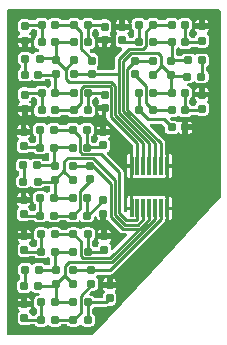
<source format=gbr>
%TF.GenerationSoftware,KiCad,Pcbnew,(7.0.0)*%
%TF.CreationDate,2023-05-27T11:25:38+01:00*%
%TF.ProjectId,FB_Filter_PCB,46425f46-696c-4746-9572-5f5043422e6b,rev?*%
%TF.SameCoordinates,Original*%
%TF.FileFunction,Copper,L4,Bot*%
%TF.FilePolarity,Positive*%
%FSLAX46Y46*%
G04 Gerber Fmt 4.6, Leading zero omitted, Abs format (unit mm)*
G04 Created by KiCad (PCBNEW (7.0.0)) date 2023-05-27 11:25:38*
%MOMM*%
%LPD*%
G01*
G04 APERTURE LIST*
G04 Aperture macros list*
%AMRoundRect*
0 Rectangle with rounded corners*
0 $1 Rounding radius*
0 $2 $3 $4 $5 $6 $7 $8 $9 X,Y pos of 4 corners*
0 Add a 4 corners polygon primitive as box body*
4,1,4,$2,$3,$4,$5,$6,$7,$8,$9,$2,$3,0*
0 Add four circle primitives for the rounded corners*
1,1,$1+$1,$2,$3*
1,1,$1+$1,$4,$5*
1,1,$1+$1,$6,$7*
1,1,$1+$1,$8,$9*
0 Add four rect primitives between the rounded corners*
20,1,$1+$1,$2,$3,$4,$5,0*
20,1,$1+$1,$4,$5,$6,$7,0*
20,1,$1+$1,$6,$7,$8,$9,0*
20,1,$1+$1,$8,$9,$2,$3,0*%
G04 Aperture macros list end*
%TA.AperFunction,SMDPad,CuDef*%
%ADD10RoundRect,0.160000X-0.197500X-0.160000X0.197500X-0.160000X0.197500X0.160000X-0.197500X0.160000X0*%
%TD*%
%TA.AperFunction,SMDPad,CuDef*%
%ADD11RoundRect,0.160000X-0.160000X0.197500X-0.160000X-0.197500X0.160000X-0.197500X0.160000X0.197500X0*%
%TD*%
%TA.AperFunction,SMDPad,CuDef*%
%ADD12RoundRect,0.155000X0.212500X0.155000X-0.212500X0.155000X-0.212500X-0.155000X0.212500X-0.155000X0*%
%TD*%
%TA.AperFunction,SMDPad,CuDef*%
%ADD13RoundRect,0.155000X-0.212500X-0.155000X0.212500X-0.155000X0.212500X0.155000X-0.212500X0.155000X0*%
%TD*%
%TA.AperFunction,SMDPad,CuDef*%
%ADD14RoundRect,0.160000X0.197500X0.160000X-0.197500X0.160000X-0.197500X-0.160000X0.197500X-0.160000X0*%
%TD*%
%TA.AperFunction,SMDPad,CuDef*%
%ADD15RoundRect,0.160000X0.160000X-0.197500X0.160000X0.197500X-0.160000X0.197500X-0.160000X-0.197500X0*%
%TD*%
%TA.AperFunction,SMDPad,CuDef*%
%ADD16RoundRect,0.155000X0.155000X-0.212500X0.155000X0.212500X-0.155000X0.212500X-0.155000X-0.212500X0*%
%TD*%
%TA.AperFunction,SMDPad,CuDef*%
%ADD17RoundRect,0.155000X-0.155000X0.212500X-0.155000X-0.212500X0.155000X-0.212500X0.155000X0.212500X0*%
%TD*%
%TA.AperFunction,SMDPad,CuDef*%
%ADD18R,0.300000X1.600000*%
%TD*%
%TA.AperFunction,Conductor*%
%ADD19C,0.250000*%
%TD*%
G04 APERTURE END LIST*
D10*
%TO.P,R25,1*%
%TO.N,Net-(C27-Pad1)*%
X93867500Y-67995000D03*
%TO.P,R25,2*%
%TO.N,Net-(C28-Pad2)*%
X95062500Y-67995000D03*
%TD*%
D11*
%TO.P,R39,1*%
%TO.N,Net-(C38-Pad2)*%
X84215000Y-66647500D03*
%TO.P,R39,2*%
%TO.N,GNDA*%
X84215000Y-67842500D03*
%TD*%
D12*
%TO.P,C9,1*%
%TO.N,/FB_Filter_L/QOP1*%
X86750000Y-84230000D03*
%TO.P,C9,2*%
%TO.N,Net-(C11-Pad1)*%
X85615000Y-84230000D03*
%TD*%
%TO.P,C32,1*%
%TO.N,Net-(C30-Pad2)*%
X97782500Y-73762500D03*
%TO.P,C32,2*%
%TO.N,Net-(C32-Pad2)*%
X96647500Y-73762500D03*
%TD*%
D11*
%TO.P,R16,1*%
%TO.N,/FB_Filter_L/QOP2*%
X88332500Y-87250000D03*
%TO.P,R16,2*%
%TO.N,/FB_Filter_L/IOP2*%
X88332500Y-88445000D03*
%TD*%
D13*
%TO.P,C11,1*%
%TO.N,Net-(C11-Pad1)*%
X85615000Y-85730000D03*
%TO.P,C11,2*%
%TO.N,Net-(C11-Pad2)*%
X86750000Y-85730000D03*
%TD*%
%TO.P,C26,1*%
%TO.N,/FB_Filter_R/QOP1*%
X96647500Y-66495000D03*
%TO.P,C26,2*%
%TO.N,Net-(C26-Pad2)*%
X97782500Y-66495000D03*
%TD*%
D10*
%TO.P,R14,1*%
%TO.N,Net-(C12-Pad2)*%
X84175000Y-88622214D03*
%TO.P,R14,2*%
%TO.N,/FB_Filter_L/IOP2*%
X85370000Y-88622214D03*
%TD*%
D14*
%TO.P,R23,1*%
%TO.N,/FB_Filter_R/QOP1*%
X95062500Y-66495000D03*
%TO.P,R23,2*%
%TO.N,Net-(C27-Pad1)*%
X93867500Y-66495000D03*
%TD*%
D15*
%TO.P,R13,1*%
%TO.N,/FB_Filter_L/IOP2*%
X86832500Y-88447500D03*
%TO.P,R13,2*%
%TO.N,Net-(C11-Pad2)*%
X86832500Y-87252500D03*
%TD*%
D10*
%TO.P,R37,1*%
%TO.N,/FB_Filter_R/IOP1*%
X88367500Y-67995000D03*
%TO.P,R37,2*%
%TO.N,Net-(C39-Pad1)*%
X89562500Y-67995000D03*
%TD*%
D15*
%TO.P,R8,1*%
%TO.N,Net-(C5-Pad2)*%
X84109000Y-82519026D03*
%TO.P,R8,2*%
%TO.N,GNDA*%
X84109000Y-81324026D03*
%TD*%
D10*
%TO.P,R15,1*%
%TO.N,/FB_Filter_L/IOP2*%
X88335000Y-89997500D03*
%TO.P,R15,2*%
%TO.N,Net-(C14-Pad1)*%
X89530000Y-89997500D03*
%TD*%
D12*
%TO.P,C1,1*%
%TO.N,/FB_Filter_L/QMIC*%
X86676500Y-75404026D03*
%TO.P,C1,2*%
%TO.N,Net-(C1-Pad2)*%
X85541500Y-75404026D03*
%TD*%
D14*
%TO.P,R3,1*%
%TO.N,Net-(C2-Pad1)*%
X89456500Y-76904026D03*
%TO.P,R3,2*%
%TO.N,Net-(C3-Pad2)*%
X88261500Y-76904026D03*
%TD*%
D12*
%TO.P,C34,1*%
%TO.N,/FB_Filter_R/QMIC*%
X86782500Y-73762500D03*
%TO.P,C34,2*%
%TO.N,Net-(C34-Pad2)*%
X85647500Y-73762500D03*
%TD*%
D10*
%TO.P,R32,1*%
%TO.N,/FB_Filter_R/QMIC*%
X88367500Y-73762500D03*
%TO.P,R32,2*%
%TO.N,Net-(C35-Pad1)*%
X89562500Y-73762500D03*
%TD*%
D14*
%TO.P,R27,1*%
%TO.N,Net-(C29-Pad2)*%
X99162500Y-70892500D03*
%TO.P,R27,2*%
%TO.N,/FB_Filter_R/IOP2*%
X97967500Y-70892500D03*
%TD*%
D13*
%TO.P,C40,1*%
%TO.N,Net-(C38-Pad2)*%
X85647500Y-66495000D03*
%TO.P,C40,2*%
%TO.N,Net-(C40-Pad2)*%
X86782500Y-66495000D03*
%TD*%
D10*
%TO.P,R36,1*%
%TO.N,Net-(C37-Pad2)*%
X84267500Y-69365000D03*
%TO.P,R36,2*%
%TO.N,/FB_Filter_R/IOP1*%
X85462500Y-69365000D03*
%TD*%
D14*
%TO.P,R9,1*%
%TO.N,Net-(C6-Pad1)*%
X89456500Y-82671526D03*
%TO.P,R9,2*%
%TO.N,Net-(C7-Pad2)*%
X88261500Y-82671526D03*
%TD*%
D12*
%TO.P,C13,1*%
%TO.N,/FB_Filter_L/IOP2*%
X86750000Y-89997500D03*
%TO.P,C13,2*%
%TO.N,Net-(C13-Pad2)*%
X85615000Y-89997500D03*
%TD*%
D14*
%TO.P,R12,1*%
%TO.N,Net-(C10-Pad1)*%
X89530000Y-85730000D03*
%TO.P,R12,2*%
%TO.N,Net-(C11-Pad2)*%
X88335000Y-85730000D03*
%TD*%
D12*
%TO.P,C37,1*%
%TO.N,Net-(C36-Pad2)*%
X85372500Y-70747500D03*
%TO.P,C37,2*%
%TO.N,Net-(C37-Pad2)*%
X84237500Y-70747500D03*
%TD*%
D10*
%TO.P,R5,1*%
%TO.N,Net-(C4-Pad2)*%
X84101500Y-79785000D03*
%TO.P,R5,2*%
%TO.N,/FB_Filter_L/IOP1*%
X85296500Y-79785000D03*
%TD*%
D11*
%TO.P,R33,1*%
%TO.N,Net-(C34-Pad2)*%
X84215000Y-72415000D03*
%TO.P,R33,2*%
%TO.N,GNDA*%
X84215000Y-73610000D03*
%TD*%
D16*
%TO.P,C10,1*%
%TO.N,Net-(C10-Pad1)*%
X90932500Y-85547500D03*
%TO.P,C10,2*%
%TO.N,GNDA*%
X90932500Y-84412500D03*
%TD*%
D14*
%TO.P,R34,1*%
%TO.N,Net-(C35-Pad1)*%
X89562500Y-72262500D03*
%TO.P,R34,2*%
%TO.N,Net-(C36-Pad2)*%
X88367500Y-72262500D03*
%TD*%
D15*
%TO.P,R38,1*%
%TO.N,/FB_Filter_R/QOP1*%
X88365000Y-70710000D03*
%TO.P,R38,2*%
%TO.N,/FB_Filter_R/IOP1*%
X88365000Y-69515000D03*
%TD*%
D13*
%TO.P,C29,1*%
%TO.N,Net-(C28-Pad2)*%
X98057500Y-69510000D03*
%TO.P,C29,2*%
%TO.N,Net-(C29-Pad2)*%
X99192500Y-69510000D03*
%TD*%
D11*
%TO.P,R35,1*%
%TO.N,/FB_Filter_R/IOP1*%
X86865000Y-69517500D03*
%TO.P,R35,2*%
%TO.N,Net-(C36-Pad2)*%
X86865000Y-70712500D03*
%TD*%
D14*
%TO.P,R40,1*%
%TO.N,Net-(C39-Pad1)*%
X89562500Y-66495000D03*
%TO.P,R40,2*%
%TO.N,Net-(C40-Pad2)*%
X88367500Y-66495000D03*
%TD*%
D10*
%TO.P,R1,1*%
%TO.N,/FB_Filter_L/QMIC*%
X88261500Y-75404026D03*
%TO.P,R1,2*%
%TO.N,Net-(C2-Pad1)*%
X89456500Y-75404026D03*
%TD*%
D16*
%TO.P,C2,1*%
%TO.N,Net-(C2-Pad1)*%
X90859000Y-76721526D03*
%TO.P,C2,2*%
%TO.N,GNDA*%
X90859000Y-75586526D03*
%TD*%
D17*
%TO.P,C6,1*%
%TO.N,Net-(C6-Pad1)*%
X90859000Y-81354026D03*
%TO.P,C6,2*%
%TO.N,GNDA*%
X90859000Y-82489026D03*
%TD*%
D11*
%TO.P,R7,1*%
%TO.N,/FB_Filter_L/QOP1*%
X88259000Y-78424026D03*
%TO.P,R7,2*%
%TO.N,/FB_Filter_L/IOP1*%
X88259000Y-79619026D03*
%TD*%
D13*
%TO.P,C3,1*%
%TO.N,Net-(C1-Pad2)*%
X85541500Y-76904026D03*
%TO.P,C3,2*%
%TO.N,Net-(C3-Pad2)*%
X86676500Y-76904026D03*
%TD*%
D18*
%TO.P,J1,1,Pin_1*%
%TO.N,GNDA*%
X93249999Y-82049999D03*
%TO.P,J1,2,Pin_2*%
%TO.N,/FB_Filter_L/QMIC*%
X93749999Y-82049999D03*
%TO.P,J1,3,Pin_3*%
%TO.N,/FB_Filter_L/IOP1*%
X94249999Y-82049999D03*
%TO.P,J1,4,Pin_4*%
%TO.N,/FB_Filter_L/QOP1*%
X94749999Y-82049999D03*
%TO.P,J1,5,Pin_5*%
%TO.N,/FB_Filter_L/IOP2*%
X95249999Y-82049999D03*
%TO.P,J1,6,Pin_6*%
%TO.N,/FB_Filter_L/QOP2*%
X95749999Y-82049999D03*
%TO.P,J1,7,Pin_7*%
%TO.N,GNDA*%
X96249999Y-82049999D03*
%TO.P,J1,8,Pin_8*%
X93249999Y-78449999D03*
%TO.P,J1,9,Pin_9*%
%TO.N,/FB_Filter_R/QMIC*%
X93749999Y-78449999D03*
%TO.P,J1,10,Pin_10*%
%TO.N,/FB_Filter_R/IOP1*%
X94249999Y-78449999D03*
%TO.P,J1,11,Pin_11*%
%TO.N,/FB_Filter_R/QOP1*%
X94749999Y-78449999D03*
%TO.P,J1,12,Pin_12*%
%TO.N,/FB_Filter_R/IOP2*%
X95249999Y-78449999D03*
%TO.P,J1,13,Pin_13*%
%TO.N,/FB_Filter_R/QOP2*%
X95749999Y-78449999D03*
%TO.P,J1,14,Pin_14*%
%TO.N,GNDA*%
X96249999Y-78449999D03*
%TD*%
D13*
%TO.P,C36,1*%
%TO.N,Net-(C34-Pad2)*%
X85647500Y-72262500D03*
%TO.P,C36,2*%
%TO.N,Net-(C36-Pad2)*%
X86782500Y-72262500D03*
%TD*%
D10*
%TO.P,R10,1*%
%TO.N,/FB_Filter_L/QOP1*%
X88335000Y-84230000D03*
%TO.P,R10,2*%
%TO.N,Net-(C10-Pad1)*%
X89530000Y-84230000D03*
%TD*%
D13*
%TO.P,C15,1*%
%TO.N,Net-(C13-Pad2)*%
X85615000Y-91497500D03*
%TO.P,C15,2*%
%TO.N,Net-(C15-Pad2)*%
X86750000Y-91497500D03*
%TD*%
D17*
%TO.P,C41,1*%
%TO.N,Net-(C40-Pad2)*%
X89865000Y-69545000D03*
%TO.P,C41,2*%
%TO.N,/FB_Filter_R/QOP1*%
X89865000Y-70680000D03*
%TD*%
D15*
%TO.P,R2,1*%
%TO.N,Net-(C1-Pad2)*%
X84109000Y-76751526D03*
%TO.P,R2,2*%
%TO.N,GNDA*%
X84109000Y-75556526D03*
%TD*%
D13*
%TO.P,C7,1*%
%TO.N,Net-(C5-Pad2)*%
X85541500Y-82671526D03*
%TO.P,C7,2*%
%TO.N,Net-(C7-Pad2)*%
X86676500Y-82671526D03*
%TD*%
D12*
%TO.P,C28,1*%
%TO.N,Net-(C26-Pad2)*%
X97782500Y-67995000D03*
%TO.P,C28,2*%
%TO.N,Net-(C28-Pad2)*%
X96647500Y-67995000D03*
%TD*%
D16*
%TO.P,C27,1*%
%TO.N,Net-(C27-Pad1)*%
X92465000Y-67812500D03*
%TO.P,C27,2*%
%TO.N,GNDA*%
X92465000Y-66677500D03*
%TD*%
D14*
%TO.P,R28,1*%
%TO.N,/FB_Filter_R/IOP2*%
X95062500Y-72262500D03*
%TO.P,R28,2*%
%TO.N,Net-(C31-Pad1)*%
X93867500Y-72262500D03*
%TD*%
D16*
%TO.P,C16,1*%
%TO.N,Net-(C15-Pad2)*%
X89832500Y-88415000D03*
%TO.P,C16,2*%
%TO.N,/FB_Filter_L/QOP2*%
X89832500Y-87280000D03*
%TD*%
D13*
%TO.P,C31,1*%
%TO.N,Net-(C31-Pad1)*%
X96665000Y-75200000D03*
%TO.P,C31,2*%
%TO.N,GNDA*%
X97800000Y-75200000D03*
%TD*%
D16*
%TO.P,C8,1*%
%TO.N,Net-(C7-Pad2)*%
X89759000Y-79589026D03*
%TO.P,C8,2*%
%TO.N,/FB_Filter_L/QOP1*%
X89759000Y-78454026D03*
%TD*%
D13*
%TO.P,C30,1*%
%TO.N,/FB_Filter_R/IOP2*%
X96647500Y-72262500D03*
%TO.P,C30,2*%
%TO.N,Net-(C30-Pad2)*%
X97782500Y-72262500D03*
%TD*%
D15*
%TO.P,R17,1*%
%TO.N,Net-(C13-Pad2)*%
X84182500Y-91345000D03*
%TO.P,R17,2*%
%TO.N,GNDA*%
X84182500Y-90150000D03*
%TD*%
D17*
%TO.P,C39,1*%
%TO.N,Net-(C39-Pad1)*%
X90965000Y-66677500D03*
%TO.P,C39,2*%
%TO.N,GNDA*%
X90965000Y-67812500D03*
%TD*%
D15*
%TO.P,R4,1*%
%TO.N,/FB_Filter_L/IOP1*%
X86759000Y-79621526D03*
%TO.P,R4,2*%
%TO.N,Net-(C3-Pad2)*%
X86759000Y-78426526D03*
%TD*%
%TO.P,R11,1*%
%TO.N,Net-(C11-Pad1)*%
X84182500Y-85577500D03*
%TO.P,R11,2*%
%TO.N,GNDA*%
X84182500Y-84382500D03*
%TD*%
D10*
%TO.P,R6,1*%
%TO.N,/FB_Filter_L/IOP1*%
X88261500Y-81171526D03*
%TO.P,R6,2*%
%TO.N,Net-(C6-Pad1)*%
X89456500Y-81171526D03*
%TD*%
D12*
%TO.P,C38,1*%
%TO.N,/FB_Filter_R/IOP1*%
X86782500Y-67995000D03*
%TO.P,C38,2*%
%TO.N,Net-(C38-Pad2)*%
X85647500Y-67995000D03*
%TD*%
%TO.P,C5,1*%
%TO.N,/FB_Filter_L/IOP1*%
X86676500Y-81171526D03*
%TO.P,C5,2*%
%TO.N,Net-(C5-Pad2)*%
X85541500Y-81171526D03*
%TD*%
D14*
%TO.P,R18,1*%
%TO.N,Net-(C14-Pad1)*%
X89530000Y-91497500D03*
%TO.P,R18,2*%
%TO.N,Net-(C15-Pad2)*%
X88335000Y-91497500D03*
%TD*%
D15*
%TO.P,R26,1*%
%TO.N,/FB_Filter_R/IOP2*%
X96565000Y-70740000D03*
%TO.P,R26,2*%
%TO.N,Net-(C28-Pad2)*%
X96565000Y-69545000D03*
%TD*%
D12*
%TO.P,C4,1*%
%TO.N,Net-(C3-Pad2)*%
X85238543Y-78400431D03*
%TO.P,C4,2*%
%TO.N,Net-(C4-Pad2)*%
X84103543Y-78400431D03*
%TD*%
D15*
%TO.P,R24,1*%
%TO.N,Net-(C26-Pad2)*%
X99215000Y-67842500D03*
%TO.P,R24,2*%
%TO.N,GNDA*%
X99215000Y-66647500D03*
%TD*%
%TO.P,R30,1*%
%TO.N,Net-(C30-Pad2)*%
X99215000Y-73610000D03*
%TO.P,R30,2*%
%TO.N,GNDA*%
X99215000Y-72415000D03*
%TD*%
D17*
%TO.P,C35,1*%
%TO.N,Net-(C35-Pad1)*%
X90965000Y-72445000D03*
%TO.P,C35,2*%
%TO.N,GNDA*%
X90965000Y-73580000D03*
%TD*%
D11*
%TO.P,R29,1*%
%TO.N,/FB_Filter_R/QOP2*%
X95065000Y-69547500D03*
%TO.P,R29,2*%
%TO.N,/FB_Filter_R/IOP2*%
X95065000Y-70742500D03*
%TD*%
D12*
%TO.P,C12,1*%
%TO.N,Net-(C11-Pad2)*%
X85400000Y-87239714D03*
%TO.P,C12,2*%
%TO.N,Net-(C12-Pad2)*%
X84265000Y-87239714D03*
%TD*%
D16*
%TO.P,C14,1*%
%TO.N,Net-(C14-Pad1)*%
X91400000Y-89667500D03*
%TO.P,C14,2*%
%TO.N,GNDA*%
X91400000Y-88532500D03*
%TD*%
%TO.P,C33,1*%
%TO.N,Net-(C32-Pad2)*%
X93565000Y-70712500D03*
%TO.P,C33,2*%
%TO.N,/FB_Filter_R/QOP2*%
X93565000Y-69577500D03*
%TD*%
D10*
%TO.P,R31,1*%
%TO.N,Net-(C31-Pad1)*%
X93867500Y-73762500D03*
%TO.P,R31,2*%
%TO.N,Net-(C32-Pad2)*%
X95062500Y-73762500D03*
%TD*%
D19*
%TO.N,/FB_Filter_L/QMIC*%
X93750000Y-83000000D02*
X93675000Y-83075000D01*
X92200000Y-79000000D02*
X90649026Y-77449026D01*
X88874000Y-77223498D02*
X88874000Y-76010974D01*
X93750000Y-81800000D02*
X93750000Y-83000000D01*
X92814948Y-83075000D02*
X92200000Y-82460052D01*
X92200000Y-82460052D02*
X92200000Y-79000000D01*
X89099528Y-77449026D02*
X88874000Y-77223498D01*
X88261500Y-75398474D02*
X86676500Y-75398474D01*
X90649026Y-77449026D02*
X89099528Y-77449026D01*
X93675000Y-83075000D02*
X92814948Y-83075000D01*
X88874000Y-76010974D02*
X88261500Y-75398474D01*
%TO.N,Net-(C1-Pad2)*%
X84261500Y-76898474D02*
X84109000Y-76745974D01*
X85541500Y-76898474D02*
X84261500Y-76898474D01*
X85541500Y-76898474D02*
X85541500Y-75398474D01*
%TO.N,Net-(C2-Pad1)*%
X89456500Y-76898474D02*
X90676500Y-76898474D01*
X90676500Y-76898474D02*
X90859000Y-76715974D01*
X89456500Y-76898474D02*
X89456500Y-75398474D01*
%TO.N,GNDA*%
X84151500Y-75593474D02*
X84109000Y-75550974D01*
X84257500Y-73565000D02*
X84215000Y-73607500D01*
%TO.N,Net-(C3-Pad2)*%
X86676500Y-76898474D02*
X86676500Y-78465974D01*
X86676500Y-76898474D02*
X88261500Y-76898474D01*
X85266500Y-78413474D02*
X86724000Y-78413474D01*
%TO.N,Net-(C4-Pad2)*%
X84131500Y-78413474D02*
X84131500Y-79765974D01*
X84131500Y-79765974D02*
X84161500Y-79795974D01*
%TO.N,/FB_Filter_L/IOP1*%
X86676500Y-79725974D02*
X86759000Y-79643474D01*
X87559000Y-78843474D02*
X86759000Y-79643474D01*
X93819974Y-83425000D02*
X92669974Y-83425000D01*
X91850000Y-82605026D02*
X91850000Y-79640125D01*
X86759000Y-81083474D02*
X86676500Y-81165974D01*
X92669974Y-83425000D02*
X91850000Y-82605026D01*
X86676500Y-81165974D02*
X88261500Y-81165974D01*
X86759000Y-79743474D02*
X86759000Y-81083474D01*
X85356500Y-79795974D02*
X86606500Y-79795974D01*
X87833013Y-77806961D02*
X87846500Y-77793474D01*
X94250000Y-81800000D02*
X94250000Y-82994974D01*
X87559000Y-78843474D02*
X87559000Y-78945974D01*
X87559000Y-78843474D02*
X87559000Y-78080974D01*
X91850000Y-79640125D02*
X90016836Y-77806961D01*
X94250000Y-82994974D02*
X93819974Y-83425000D01*
X87559000Y-78080974D02*
X87833013Y-77806961D01*
X90016836Y-77806961D02*
X87833013Y-77806961D01*
X86606500Y-79795974D02*
X86759000Y-79643474D01*
X87559000Y-78945974D02*
X88259000Y-79645974D01*
%TO.N,Net-(C5-Pad2)*%
X85541500Y-82665974D02*
X84261500Y-82665974D01*
X85541500Y-82665974D02*
X85541500Y-81165974D01*
X84261500Y-82665974D02*
X84109000Y-82513474D01*
%TO.N,Net-(C6-Pad1)*%
X89456500Y-81165974D02*
X89456500Y-82665974D01*
X89456500Y-82671526D02*
X89541500Y-82671526D01*
X89541500Y-82671526D02*
X90859000Y-81354026D01*
%TO.N,Net-(C7-Pad2)*%
X88261500Y-82665974D02*
X86676500Y-82665974D01*
X88874000Y-80600974D02*
X88874000Y-82053474D01*
X89759000Y-79715974D02*
X88874000Y-80600974D01*
X88261500Y-82665974D02*
X88874000Y-82053474D01*
%TO.N,/FB_Filter_L/QOP1*%
X88335000Y-84232500D02*
X88947500Y-84845000D01*
X88947500Y-86051972D02*
X89173028Y-86277500D01*
X86750000Y-84232500D02*
X88335000Y-84232500D01*
X91500000Y-82750000D02*
X92525000Y-83775000D01*
X94479896Y-83260052D02*
X94750000Y-82989948D01*
X89173028Y-86277500D02*
X91462448Y-86277500D01*
X88947500Y-84845000D02*
X88947500Y-86051972D01*
X92525000Y-83775000D02*
X93964949Y-83775000D01*
X89954026Y-78454026D02*
X91500000Y-80000000D01*
X91462448Y-86277500D02*
X94479896Y-83260052D01*
X93964949Y-83775000D02*
X94479896Y-83260052D01*
X91500000Y-80000000D02*
X91500000Y-82750000D01*
X88259000Y-78450974D02*
X89729000Y-78450974D01*
X94750000Y-82989948D02*
X94750000Y-81800000D01*
X89759000Y-78454026D02*
X89954026Y-78454026D01*
%TO.N,Net-(C11-Pad1)*%
X85615000Y-85732500D02*
X85615000Y-84232500D01*
X85615000Y-85732500D02*
X84335000Y-85732500D01*
X84335000Y-85732500D02*
X84182500Y-85580000D01*
%TO.N,Net-(C10-Pad1)*%
X89530000Y-85732500D02*
X89530000Y-84232500D01*
X89530000Y-85732500D02*
X90750000Y-85732500D01*
X90750000Y-85732500D02*
X90932500Y-85550000D01*
%TO.N,Net-(C11-Pad2)*%
X86750000Y-85732500D02*
X86750000Y-87300000D01*
X85340000Y-87247500D02*
X86797500Y-87247500D01*
X86750000Y-85732500D02*
X88335000Y-85732500D01*
%TO.N,Net-(C12-Pad2)*%
X84205000Y-88600000D02*
X84235000Y-88630000D01*
X84205000Y-87247500D02*
X84205000Y-88600000D01*
%TO.N,/FB_Filter_L/IOP2*%
X91607422Y-86627500D02*
X95250000Y-82984922D01*
X85430000Y-88630000D02*
X86680000Y-88630000D01*
X95250000Y-82984922D02*
X95250000Y-81800000D01*
X87632500Y-87677500D02*
X87632500Y-86915000D01*
X87632500Y-87677500D02*
X87632500Y-87780000D01*
X86750000Y-88560000D02*
X86832500Y-88477500D01*
X86750000Y-90000000D02*
X88335000Y-90000000D01*
X87632500Y-87780000D02*
X88332500Y-88480000D01*
X86680000Y-88630000D02*
X86832500Y-88477500D01*
X87632500Y-86915000D02*
X87920000Y-86627500D01*
X87632500Y-87677500D02*
X86832500Y-88477500D01*
X86832500Y-88577500D02*
X86832500Y-89917500D01*
X87920000Y-86627500D02*
X91607422Y-86627500D01*
X86832500Y-89917500D02*
X86750000Y-90000000D01*
%TO.N,Net-(C13-Pad2)*%
X85615000Y-91500000D02*
X85615000Y-90000000D01*
X85615000Y-91500000D02*
X84335000Y-91500000D01*
X84335000Y-91500000D02*
X84182500Y-91347500D01*
%TO.N,Net-(C14-Pad1)*%
X89530000Y-89997500D02*
X91070000Y-89997500D01*
X89530000Y-90000000D02*
X89530000Y-91500000D01*
X91070000Y-89997500D02*
X91400000Y-89667500D01*
%TO.N,Net-(C15-Pad2)*%
X89832500Y-88550000D02*
X88947500Y-89435000D01*
X88335000Y-91500000D02*
X86750000Y-91500000D01*
X88947500Y-89435000D02*
X88947500Y-90887500D01*
X88335000Y-91500000D02*
X88947500Y-90887500D01*
%TO.N,/FB_Filter_L/QOP2*%
X88332500Y-87285000D02*
X89802500Y-87285000D01*
X91449896Y-87280000D02*
X95750000Y-82979896D01*
X95750000Y-82979896D02*
X95750000Y-81800000D01*
X89832500Y-87280000D02*
X91449896Y-87280000D01*
X89832500Y-87315000D02*
X90044500Y-87315000D01*
%TO.N,/FB_Filter_R/QOP1*%
X93045526Y-68580000D02*
X92200000Y-69425525D01*
X96647500Y-66492500D02*
X95062500Y-66492500D01*
X94750000Y-76536920D02*
X94750000Y-78200000D01*
X88365000Y-70707500D02*
X89835000Y-70707500D01*
X95062500Y-66492500D02*
X94480000Y-67075000D01*
X94480000Y-67075000D02*
X94480000Y-68298000D01*
X92200000Y-69425525D02*
X92200000Y-73986920D01*
X92200000Y-73986920D02*
X94750000Y-76536920D01*
X94198000Y-68580000D02*
X93045526Y-68580000D01*
X89865000Y-70677500D02*
X89887500Y-70700000D01*
X94480000Y-68298000D02*
X94198000Y-68580000D01*
X89887500Y-70700000D02*
X92200000Y-70700000D01*
%TO.N,Net-(C26-Pad2)*%
X97782500Y-67985000D02*
X99062500Y-67985000D01*
X97782500Y-67985000D02*
X97782500Y-66485000D01*
X99062500Y-67985000D02*
X99215000Y-67832500D01*
%TO.N,Net-(C27-Pad1)*%
X92647500Y-67985000D02*
X92465000Y-67802500D01*
X93867500Y-67985000D02*
X92647500Y-67985000D01*
X93867500Y-67985000D02*
X93867500Y-66485000D01*
%TO.N,Net-(C28-Pad2)*%
X96647500Y-67985000D02*
X96647500Y-69552500D01*
X96647500Y-67985000D02*
X95062500Y-67985000D01*
X98057500Y-69500000D02*
X96600000Y-69500000D01*
%TO.N,Net-(C29-Pad2)*%
X99192500Y-69500000D02*
X99192500Y-70852500D01*
X99192500Y-70852500D02*
X99162500Y-70882500D01*
%TO.N,/FB_Filter_R/IOP2*%
X95765000Y-70032500D02*
X95065000Y-70732500D01*
X96647500Y-72252500D02*
X95062500Y-72252500D01*
X96565000Y-70830000D02*
X96565000Y-72170000D01*
X93190500Y-68930000D02*
X92550000Y-69570500D01*
X92550000Y-73841946D02*
X95250000Y-76541946D01*
X95250000Y-76541946D02*
X95250000Y-78200000D01*
X95527500Y-68930000D02*
X93190500Y-68930000D01*
X95765000Y-69930000D02*
X95765000Y-69167500D01*
X95765000Y-69167500D02*
X95527500Y-68930000D01*
X92550000Y-69570500D02*
X92550000Y-73841946D01*
X96647500Y-70812500D02*
X96565000Y-70730000D01*
X97967500Y-70882500D02*
X96717500Y-70882500D01*
X96717500Y-70882500D02*
X96565000Y-70730000D01*
X96565000Y-72170000D02*
X96647500Y-72252500D01*
X95765000Y-69930000D02*
X95765000Y-70032500D01*
X95765000Y-69930000D02*
X96565000Y-70730000D01*
%TO.N,Net-(C30-Pad2)*%
X97782500Y-73752500D02*
X97782500Y-72252500D01*
X97782500Y-73752500D02*
X99062500Y-73752500D01*
X99062500Y-73752500D02*
X99215000Y-73600000D01*
%TO.N,Net-(C31-Pad1)*%
X93867500Y-73762500D02*
X94605000Y-74500000D01*
X96615000Y-75250000D02*
X96665000Y-75200000D01*
X94605000Y-74500000D02*
X95965000Y-74500000D01*
X95965000Y-74500000D02*
X96665000Y-75200000D01*
X93867500Y-72252500D02*
X93867500Y-73752500D01*
%TO.N,Net-(C32-Pad2)*%
X95062500Y-73752500D02*
X96647500Y-73752500D01*
X95062500Y-73752500D02*
X94450000Y-73140000D01*
X94450000Y-71687500D02*
X94450000Y-73140000D01*
X93565000Y-70802500D02*
X94450000Y-71687500D01*
%TO.N,/FB_Filter_R/QOP2*%
X93565000Y-69577500D02*
X92900000Y-70242500D01*
X92900000Y-73696972D02*
X95750000Y-76546972D01*
X95065000Y-69537500D02*
X93595000Y-69537500D01*
X95750000Y-76546972D02*
X95750000Y-78200000D01*
X92900000Y-70242500D02*
X92900000Y-73696972D01*
X93565000Y-69567500D02*
X93353000Y-69567500D01*
%TO.N,/FB_Filter_R/QMIC*%
X88980000Y-71940528D02*
X89205528Y-71715000D01*
X91500000Y-71817500D02*
X91500000Y-74276868D01*
X88367500Y-73760000D02*
X88980000Y-73147500D01*
X91397500Y-71715000D02*
X91500000Y-71817500D01*
X88980000Y-73147500D02*
X88980000Y-71940528D01*
X93750000Y-76526868D02*
X93750000Y-78200000D01*
X86782500Y-73760000D02*
X88367500Y-73760000D01*
X89205528Y-71715000D02*
X91397500Y-71715000D01*
X91500000Y-74276868D02*
X93750000Y-76526868D01*
%TO.N,Net-(C34-Pad2)*%
X85647500Y-72260000D02*
X85647500Y-73760000D01*
X84367500Y-72260000D02*
X84215000Y-72412500D01*
X85647500Y-72260000D02*
X84367500Y-72260000D01*
%TO.N,Net-(C35-Pad1)*%
X89562500Y-72260000D02*
X89562500Y-73760000D01*
X90782500Y-72260000D02*
X90965000Y-72442500D01*
X89562500Y-72260000D02*
X90782500Y-72260000D01*
%TO.N,Net-(C36-Pad2)*%
X85372500Y-70745000D02*
X86830000Y-70745000D01*
X86782500Y-72260000D02*
X88367500Y-72260000D01*
X86782500Y-72260000D02*
X86782500Y-70692500D01*
%TO.N,Net-(C37-Pad2)*%
X84237500Y-69392500D02*
X84267500Y-69362500D01*
X84237500Y-70745000D02*
X84237500Y-69392500D01*
%TO.N,/FB_Filter_R/IOP1*%
X87665000Y-70212500D02*
X88365000Y-69512500D01*
X87665000Y-71077500D02*
X87952500Y-71365000D01*
X86865000Y-68075000D02*
X86782500Y-67992500D01*
X85462500Y-69362500D02*
X86712500Y-69362500D01*
X94250000Y-76531894D02*
X94250000Y-78200000D01*
X91542474Y-71365000D02*
X91850000Y-71672526D01*
X91850000Y-71672526D02*
X91850000Y-74131894D01*
X91850000Y-74131894D02*
X94250000Y-76531894D01*
X87665000Y-70315000D02*
X87665000Y-70212500D01*
X87952500Y-71365000D02*
X91542474Y-71365000D01*
X86782500Y-69432500D02*
X86865000Y-69515000D01*
X87665000Y-70315000D02*
X87665000Y-71077500D01*
X86782500Y-67992500D02*
X88367500Y-67992500D01*
X86865000Y-69415000D02*
X86865000Y-68075000D01*
X86712500Y-69362500D02*
X86865000Y-69515000D01*
X87665000Y-70315000D02*
X86865000Y-69515000D01*
%TO.N,Net-(C38-Pad2)*%
X84367500Y-66492500D02*
X84215000Y-66645000D01*
X85647500Y-66492500D02*
X85647500Y-67992500D01*
X85647500Y-66492500D02*
X84367500Y-66492500D01*
%TO.N,Net-(C39-Pad1)*%
X89562500Y-67992500D02*
X89562500Y-66492500D01*
X90782500Y-66492500D02*
X90965000Y-66675000D01*
X89562500Y-66492500D02*
X90782500Y-66492500D01*
%TO.N,Net-(C40-Pad2)*%
X88367500Y-66492500D02*
X86782500Y-66492500D01*
X89865000Y-69442500D02*
X88980000Y-68557500D01*
X88367500Y-66492500D02*
X88980000Y-67105000D01*
X88980000Y-68557500D02*
X88980000Y-67105000D01*
%TD*%
%TA.AperFunction,Conductor*%
%TO.N,GNDA*%
G36*
X100737500Y-65217113D02*
G01*
X100782887Y-65262500D01*
X100799500Y-65324500D01*
X100799500Y-81121810D01*
X100790827Y-81167369D01*
X100766023Y-81206553D01*
X94947540Y-87421752D01*
X89949802Y-92760245D01*
X89908613Y-92789264D01*
X89859279Y-92799500D01*
X82824500Y-92799500D01*
X82762500Y-92782887D01*
X82717113Y-92737500D01*
X82700500Y-92675500D01*
X82700500Y-89886721D01*
X83617807Y-89886721D01*
X83618451Y-89897653D01*
X83629147Y-89900000D01*
X83916174Y-89900000D01*
X83929049Y-89896549D01*
X83932500Y-89883674D01*
X84432500Y-89883674D01*
X84435950Y-89896549D01*
X84448826Y-89900000D01*
X84735852Y-89900000D01*
X84746547Y-89897653D01*
X84747192Y-89886722D01*
X84738820Y-89833860D01*
X84732864Y-89815530D01*
X84682762Y-89717198D01*
X84671430Y-89701602D01*
X84593397Y-89623569D01*
X84577801Y-89612237D01*
X84479469Y-89562135D01*
X84461139Y-89556179D01*
X84445777Y-89553746D01*
X84434846Y-89554391D01*
X84432500Y-89565087D01*
X84432500Y-89883674D01*
X83932500Y-89883674D01*
X83932500Y-89565087D01*
X83930153Y-89554391D01*
X83919222Y-89553746D01*
X83903860Y-89556179D01*
X83885530Y-89562135D01*
X83787198Y-89612237D01*
X83771602Y-89623569D01*
X83693569Y-89701602D01*
X83682237Y-89717198D01*
X83632137Y-89815527D01*
X83626178Y-89833865D01*
X83617807Y-89886721D01*
X82700500Y-89886721D01*
X82700500Y-84119221D01*
X83617807Y-84119221D01*
X83618451Y-84130153D01*
X83629147Y-84132500D01*
X83916174Y-84132500D01*
X83929049Y-84129049D01*
X83932500Y-84116174D01*
X84432500Y-84116174D01*
X84435950Y-84129049D01*
X84448826Y-84132500D01*
X84735852Y-84132500D01*
X84746547Y-84130153D01*
X84747192Y-84119222D01*
X84738820Y-84066360D01*
X84732864Y-84048030D01*
X84682762Y-83949698D01*
X84671430Y-83934102D01*
X84593397Y-83856069D01*
X84577801Y-83844737D01*
X84479469Y-83794635D01*
X84461139Y-83788679D01*
X84445777Y-83786246D01*
X84434846Y-83786891D01*
X84432500Y-83797587D01*
X84432500Y-84116174D01*
X83932500Y-84116174D01*
X83932500Y-83797587D01*
X83930153Y-83786891D01*
X83919222Y-83786246D01*
X83903860Y-83788679D01*
X83885530Y-83794635D01*
X83787198Y-83844737D01*
X83771602Y-83856069D01*
X83693569Y-83934102D01*
X83682237Y-83949698D01*
X83632137Y-84048027D01*
X83626178Y-84066365D01*
X83617807Y-84119221D01*
X82700500Y-84119221D01*
X82700500Y-81060747D01*
X83544307Y-81060747D01*
X83544951Y-81071679D01*
X83555647Y-81074026D01*
X83842674Y-81074026D01*
X83855549Y-81070575D01*
X83859000Y-81057700D01*
X84359000Y-81057700D01*
X84362450Y-81070575D01*
X84375326Y-81074026D01*
X84662352Y-81074026D01*
X84673047Y-81071679D01*
X84673692Y-81060748D01*
X84665320Y-81007886D01*
X84659364Y-80989556D01*
X84609262Y-80891224D01*
X84597930Y-80875628D01*
X84519897Y-80797595D01*
X84504301Y-80786263D01*
X84405969Y-80736161D01*
X84387639Y-80730205D01*
X84372277Y-80727772D01*
X84361346Y-80728417D01*
X84359000Y-80739113D01*
X84359000Y-81057700D01*
X83859000Y-81057700D01*
X83859000Y-80739113D01*
X83856653Y-80728417D01*
X83845722Y-80727772D01*
X83830360Y-80730205D01*
X83812030Y-80736161D01*
X83713698Y-80786263D01*
X83698102Y-80797595D01*
X83620069Y-80875628D01*
X83608737Y-80891224D01*
X83558637Y-80989553D01*
X83552678Y-81007891D01*
X83544307Y-81060747D01*
X82700500Y-81060747D01*
X82700500Y-78587347D01*
X83485543Y-78587347D01*
X83486305Y-78592161D01*
X83486306Y-78592167D01*
X83499054Y-78672657D01*
X83499055Y-78672662D01*
X83500582Y-78682299D01*
X83505013Y-78690995D01*
X83545952Y-78771344D01*
X83558897Y-78796749D01*
X83649725Y-78887577D01*
X83677186Y-78901569D01*
X83688294Y-78907229D01*
X83737727Y-78952924D01*
X83756000Y-79017714D01*
X83756000Y-79163707D01*
X83737728Y-79228497D01*
X83688295Y-79274192D01*
X83668401Y-79284328D01*
X83668397Y-79284330D01*
X83659706Y-79288759D01*
X83652807Y-79295657D01*
X83652804Y-79295660D01*
X83574660Y-79373804D01*
X83574657Y-79373807D01*
X83567759Y-79380706D01*
X83563330Y-79389397D01*
X83563328Y-79389401D01*
X83516480Y-79481347D01*
X83508725Y-79496567D01*
X83507198Y-79506201D01*
X83507197Y-79506208D01*
X83494263Y-79587872D01*
X83494262Y-79587879D01*
X83493500Y-79592693D01*
X83493500Y-79597570D01*
X83493500Y-79597571D01*
X83493500Y-79972436D01*
X83493500Y-79972448D01*
X83493501Y-79977306D01*
X83494261Y-79982110D01*
X83494262Y-79982112D01*
X83507198Y-80063797D01*
X83507199Y-80063802D01*
X83508725Y-80073433D01*
X83513153Y-80082124D01*
X83513154Y-80082126D01*
X83558679Y-80171474D01*
X83567759Y-80189294D01*
X83659706Y-80281241D01*
X83775567Y-80340275D01*
X83871693Y-80355500D01*
X84331306Y-80355499D01*
X84427433Y-80340275D01*
X84543294Y-80281241D01*
X84611319Y-80213215D01*
X84666906Y-80181122D01*
X84731094Y-80181122D01*
X84786680Y-80213215D01*
X84854706Y-80281241D01*
X84970567Y-80340275D01*
X85066693Y-80355500D01*
X85526306Y-80355499D01*
X85622433Y-80340275D01*
X85738294Y-80281241D01*
X85811742Y-80207792D01*
X85851970Y-80180913D01*
X85899423Y-80171474D01*
X86259500Y-80171474D01*
X86321500Y-80188087D01*
X86366887Y-80233474D01*
X86383500Y-80295474D01*
X86383500Y-80526452D01*
X86365227Y-80591242D01*
X86315794Y-80636937D01*
X86231379Y-80679948D01*
X86231378Y-80679949D01*
X86222682Y-80684380D01*
X86215783Y-80691278D01*
X86215780Y-80691281D01*
X86196681Y-80710381D01*
X86141094Y-80742475D01*
X86076906Y-80742475D01*
X86021319Y-80710381D01*
X86002219Y-80691281D01*
X85995318Y-80684380D01*
X85880868Y-80626065D01*
X85871231Y-80624538D01*
X85871226Y-80624537D01*
X85790736Y-80611789D01*
X85790730Y-80611788D01*
X85785916Y-80611026D01*
X85297084Y-80611026D01*
X85292270Y-80611788D01*
X85292263Y-80611789D01*
X85211773Y-80624537D01*
X85211766Y-80624538D01*
X85202132Y-80626065D01*
X85193436Y-80630495D01*
X85193435Y-80630496D01*
X85096377Y-80679949D01*
X85096373Y-80679951D01*
X85087682Y-80684380D01*
X85080783Y-80691278D01*
X85080780Y-80691281D01*
X85003755Y-80768306D01*
X85003752Y-80768309D01*
X84996854Y-80775208D01*
X84992425Y-80783899D01*
X84992423Y-80783903D01*
X84942970Y-80880961D01*
X84938539Y-80889658D01*
X84937012Y-80899292D01*
X84937011Y-80899299D01*
X84924263Y-80979789D01*
X84924262Y-80979796D01*
X84923500Y-80984610D01*
X84923500Y-81358442D01*
X84924262Y-81363256D01*
X84924263Y-81363262D01*
X84937011Y-81443752D01*
X84937012Y-81443757D01*
X84938539Y-81453394D01*
X84996854Y-81567844D01*
X85087682Y-81658672D01*
X85096374Y-81663101D01*
X85096380Y-81663105D01*
X85098298Y-81664082D01*
X85100400Y-81666025D01*
X85104274Y-81668840D01*
X85103940Y-81669298D01*
X85147728Y-81709777D01*
X85166000Y-81774565D01*
X85166000Y-82068487D01*
X85147728Y-82133275D01*
X85103940Y-82173753D01*
X85104274Y-82174212D01*
X85100400Y-82177026D01*
X85098298Y-82178970D01*
X85096380Y-82179946D01*
X85096370Y-82179953D01*
X85087682Y-82184380D01*
X85080783Y-82191278D01*
X85080780Y-82191281D01*
X85017907Y-82254155D01*
X84977679Y-82281035D01*
X84930226Y-82290474D01*
X84784402Y-82290474D01*
X84733966Y-82279753D01*
X84692252Y-82249446D01*
X84666471Y-82204791D01*
X84665801Y-82202729D01*
X84664275Y-82193093D01*
X84605241Y-82077232D01*
X84536862Y-82008853D01*
X84504768Y-81953265D01*
X84504768Y-81889078D01*
X84536862Y-81833490D01*
X84597933Y-81772419D01*
X84609262Y-81756827D01*
X84659362Y-81658498D01*
X84665321Y-81640160D01*
X84673692Y-81587304D01*
X84673048Y-81576372D01*
X84662353Y-81574026D01*
X83555648Y-81574026D01*
X83544952Y-81576372D01*
X83544307Y-81587303D01*
X83552679Y-81640165D01*
X83558635Y-81658495D01*
X83608737Y-81756827D01*
X83620069Y-81772423D01*
X83681137Y-81833491D01*
X83713231Y-81889078D01*
X83713231Y-81953265D01*
X83681138Y-82008853D01*
X83612759Y-82077232D01*
X83608330Y-82085923D01*
X83608328Y-82085927D01*
X83560422Y-82179949D01*
X83553725Y-82193093D01*
X83552198Y-82202727D01*
X83552197Y-82202734D01*
X83539263Y-82284398D01*
X83539262Y-82284405D01*
X83538500Y-82289219D01*
X83538500Y-82294096D01*
X83538500Y-82294097D01*
X83538500Y-82743962D01*
X83538500Y-82743974D01*
X83538501Y-82748832D01*
X83539261Y-82753636D01*
X83539262Y-82753638D01*
X83552198Y-82835323D01*
X83552199Y-82835328D01*
X83553725Y-82844959D01*
X83558153Y-82853650D01*
X83558154Y-82853652D01*
X83571887Y-82880604D01*
X83612759Y-82960820D01*
X83704706Y-83052767D01*
X83820567Y-83111801D01*
X83916693Y-83127026D01*
X84301306Y-83127025D01*
X84397433Y-83111801D01*
X84508933Y-83054988D01*
X84565228Y-83041474D01*
X84919122Y-83041474D01*
X84966575Y-83050913D01*
X85006803Y-83077793D01*
X85087682Y-83158672D01*
X85202132Y-83216987D01*
X85297084Y-83232026D01*
X85781038Y-83232026D01*
X85785916Y-83232026D01*
X85880868Y-83216987D01*
X85995318Y-83158672D01*
X86021319Y-83132670D01*
X86076906Y-83100577D01*
X86141094Y-83100577D01*
X86196680Y-83132670D01*
X86222682Y-83158672D01*
X86337132Y-83216987D01*
X86432084Y-83232026D01*
X86916038Y-83232026D01*
X86920916Y-83232026D01*
X87015868Y-83216987D01*
X87130318Y-83158672D01*
X87211197Y-83077793D01*
X87251425Y-83050913D01*
X87298878Y-83041474D01*
X87642051Y-83041474D01*
X87689504Y-83050913D01*
X87729732Y-83077793D01*
X87819706Y-83167767D01*
X87935567Y-83226801D01*
X88031693Y-83242026D01*
X88491306Y-83242025D01*
X88587433Y-83226801D01*
X88703294Y-83167767D01*
X88771319Y-83099742D01*
X88826906Y-83067648D01*
X88891094Y-83067648D01*
X88946681Y-83099742D01*
X89014706Y-83167767D01*
X89130567Y-83226801D01*
X89226693Y-83242026D01*
X89686306Y-83242025D01*
X89782433Y-83226801D01*
X89898294Y-83167767D01*
X89990241Y-83075820D01*
X90049275Y-82959959D01*
X90064500Y-82863833D01*
X90064499Y-82828389D01*
X90079524Y-82769226D01*
X90120961Y-82724397D01*
X90178766Y-82704773D01*
X90238930Y-82715109D01*
X90286872Y-82752900D01*
X90310972Y-82808988D01*
X90312494Y-82818597D01*
X90318452Y-82836934D01*
X90367833Y-82933850D01*
X90379165Y-82949447D01*
X90456078Y-83026360D01*
X90471675Y-83037692D01*
X90568595Y-83087076D01*
X90586924Y-83093031D01*
X90595722Y-83094424D01*
X90606653Y-83093780D01*
X90609000Y-83083085D01*
X90609000Y-82363026D01*
X90625613Y-82301026D01*
X90671000Y-82255639D01*
X90733000Y-82239026D01*
X90985000Y-82239026D01*
X91047000Y-82255639D01*
X91092387Y-82301026D01*
X91109000Y-82363026D01*
X91109000Y-83083085D01*
X91111346Y-83093780D01*
X91122277Y-83094424D01*
X91131073Y-83093031D01*
X91149404Y-83087075D01*
X91172895Y-83075106D01*
X91222700Y-83061760D01*
X91273628Y-83069826D01*
X91316872Y-83097909D01*
X92222850Y-84003888D01*
X92238977Y-84023746D01*
X92244916Y-84032836D01*
X92264433Y-84048027D01*
X92269889Y-84052273D01*
X92273810Y-84055735D01*
X92273943Y-84055579D01*
X92277851Y-84058889D01*
X92281482Y-84062520D01*
X92285655Y-84065499D01*
X92285663Y-84065506D01*
X92298396Y-84074596D01*
X92302511Y-84077664D01*
X92335696Y-84103493D01*
X92343811Y-84109809D01*
X92351331Y-84112390D01*
X92357801Y-84117010D01*
X92407999Y-84131954D01*
X92412791Y-84133490D01*
X92462340Y-84150500D01*
X92470294Y-84150500D01*
X92477912Y-84152768D01*
X92530192Y-84150606D01*
X92535316Y-84150500D01*
X92759049Y-84150500D01*
X92815344Y-84164015D01*
X92859367Y-84201615D01*
X92881522Y-84255102D01*
X92876980Y-84312818D01*
X92846730Y-84362181D01*
X91704681Y-85504229D01*
X91655318Y-85534479D01*
X91597602Y-85539021D01*
X91544115Y-85516866D01*
X91506515Y-85472843D01*
X91493000Y-85416548D01*
X91493000Y-85307962D01*
X91493000Y-85303084D01*
X91477961Y-85208132D01*
X91419646Y-85093682D01*
X91393291Y-85067327D01*
X91361197Y-85011740D01*
X91361197Y-84947552D01*
X91393291Y-84891965D01*
X91412334Y-84872921D01*
X91423666Y-84857324D01*
X91473047Y-84760408D01*
X91479006Y-84742070D01*
X91489505Y-84675778D01*
X91488861Y-84664846D01*
X91478166Y-84662500D01*
X90386834Y-84662500D01*
X90376138Y-84664846D01*
X90375494Y-84675778D01*
X90385993Y-84742070D01*
X90391952Y-84760408D01*
X90441333Y-84857324D01*
X90452665Y-84872921D01*
X90471709Y-84891965D01*
X90503803Y-84947552D01*
X90503803Y-85011740D01*
X90471709Y-85067327D01*
X90452255Y-85086780D01*
X90452252Y-85086783D01*
X90445354Y-85093682D01*
X90440925Y-85102373D01*
X90440923Y-85102377D01*
X90391470Y-85199435D01*
X90387039Y-85208132D01*
X90385512Y-85217766D01*
X90385511Y-85217773D01*
X90380028Y-85252398D01*
X90357873Y-85305885D01*
X90313850Y-85343485D01*
X90257555Y-85357000D01*
X90146397Y-85357000D01*
X90098944Y-85347561D01*
X90058716Y-85320681D01*
X89978694Y-85240659D01*
X89971794Y-85233759D01*
X89963098Y-85229328D01*
X89956615Y-85224618D01*
X89919015Y-85180595D01*
X89905500Y-85124300D01*
X89905500Y-84835700D01*
X89919015Y-84779405D01*
X89956615Y-84735382D01*
X89963097Y-84730672D01*
X89971794Y-84726241D01*
X90063741Y-84634294D01*
X90122775Y-84518433D01*
X90138000Y-84422307D01*
X90137999Y-84211036D01*
X90155019Y-84148336D01*
X90160112Y-84143341D01*
X90362644Y-84143341D01*
X90371356Y-84152582D01*
X90375305Y-84159970D01*
X90386834Y-84162500D01*
X90666174Y-84162500D01*
X90679049Y-84159049D01*
X90682500Y-84146174D01*
X91182500Y-84146174D01*
X91185950Y-84159049D01*
X91198826Y-84162500D01*
X91478166Y-84162500D01*
X91488861Y-84160153D01*
X91489505Y-84149221D01*
X91479006Y-84082929D01*
X91473047Y-84064591D01*
X91423666Y-83967675D01*
X91412334Y-83952078D01*
X91335421Y-83875165D01*
X91319824Y-83863833D01*
X91222904Y-83814449D01*
X91204575Y-83808494D01*
X91195777Y-83807101D01*
X91184846Y-83807745D01*
X91182500Y-83818441D01*
X91182500Y-84146174D01*
X90682500Y-84146174D01*
X90682500Y-83818441D01*
X90680153Y-83807745D01*
X90669222Y-83807101D01*
X90660424Y-83808494D01*
X90642095Y-83814449D01*
X90545175Y-83863833D01*
X90529578Y-83875165D01*
X90452665Y-83952078D01*
X90441333Y-83967675D01*
X90391952Y-84064591D01*
X90385993Y-84082929D01*
X90384472Y-84092538D01*
X90362644Y-84143341D01*
X90160112Y-84143341D01*
X90161746Y-84141739D01*
X90153026Y-84132306D01*
X90137999Y-84073139D01*
X90137999Y-84042563D01*
X90137999Y-84037694D01*
X90122775Y-83941567D01*
X90063741Y-83825706D01*
X89971794Y-83733759D01*
X89855933Y-83674725D01*
X89846296Y-83673198D01*
X89846291Y-83673197D01*
X89764627Y-83660263D01*
X89764621Y-83660262D01*
X89759807Y-83659500D01*
X89754928Y-83659500D01*
X89305063Y-83659500D01*
X89305050Y-83659500D01*
X89300194Y-83659501D01*
X89295390Y-83660261D01*
X89295387Y-83660262D01*
X89213702Y-83673198D01*
X89213695Y-83673200D01*
X89204067Y-83674725D01*
X89195377Y-83679152D01*
X89195373Y-83679154D01*
X89096901Y-83729328D01*
X89096897Y-83729330D01*
X89088206Y-83733759D01*
X89081307Y-83740657D01*
X89081304Y-83740660D01*
X89020181Y-83801784D01*
X88964594Y-83833878D01*
X88900406Y-83833878D01*
X88844819Y-83801784D01*
X88783695Y-83740660D01*
X88783694Y-83740659D01*
X88776794Y-83733759D01*
X88660933Y-83674725D01*
X88651296Y-83673198D01*
X88651291Y-83673197D01*
X88569627Y-83660263D01*
X88569621Y-83660262D01*
X88564807Y-83659500D01*
X88559928Y-83659500D01*
X88110063Y-83659500D01*
X88110050Y-83659500D01*
X88105194Y-83659501D01*
X88100390Y-83660261D01*
X88100387Y-83660262D01*
X88018702Y-83673198D01*
X88018695Y-83673200D01*
X88009067Y-83674725D01*
X88000377Y-83679152D01*
X88000373Y-83679154D01*
X87901901Y-83729328D01*
X87901897Y-83729330D01*
X87893206Y-83733759D01*
X87886307Y-83740657D01*
X87886304Y-83740660D01*
X87806284Y-83820681D01*
X87766056Y-83847561D01*
X87718603Y-83857000D01*
X87369326Y-83857000D01*
X87321873Y-83847561D01*
X87281645Y-83820681D01*
X87210719Y-83749755D01*
X87203818Y-83742854D01*
X87089368Y-83684539D01*
X87079731Y-83683012D01*
X87079726Y-83683011D01*
X86999236Y-83670263D01*
X86999230Y-83670262D01*
X86994416Y-83669500D01*
X86505584Y-83669500D01*
X86500770Y-83670262D01*
X86500763Y-83670263D01*
X86420273Y-83683011D01*
X86420266Y-83683012D01*
X86410632Y-83684539D01*
X86401936Y-83688969D01*
X86401935Y-83688970D01*
X86304877Y-83738423D01*
X86304873Y-83738425D01*
X86296182Y-83742854D01*
X86289283Y-83749752D01*
X86289280Y-83749755D01*
X86270181Y-83768855D01*
X86214594Y-83800949D01*
X86150406Y-83800949D01*
X86094819Y-83768855D01*
X86075719Y-83749755D01*
X86068818Y-83742854D01*
X85954368Y-83684539D01*
X85944731Y-83683012D01*
X85944726Y-83683011D01*
X85864236Y-83670263D01*
X85864230Y-83670262D01*
X85859416Y-83669500D01*
X85370584Y-83669500D01*
X85365770Y-83670262D01*
X85365763Y-83670263D01*
X85285273Y-83683011D01*
X85285266Y-83683012D01*
X85275632Y-83684539D01*
X85266936Y-83688969D01*
X85266935Y-83688970D01*
X85169877Y-83738423D01*
X85169873Y-83738425D01*
X85161182Y-83742854D01*
X85154283Y-83749752D01*
X85154280Y-83749755D01*
X85077255Y-83826780D01*
X85077252Y-83826783D01*
X85070354Y-83833682D01*
X85065925Y-83842373D01*
X85065923Y-83842377D01*
X85016470Y-83939435D01*
X85012039Y-83948132D01*
X85010512Y-83957766D01*
X85010511Y-83957773D01*
X84997763Y-84038263D01*
X84997762Y-84038270D01*
X84997000Y-84043084D01*
X84997000Y-84416916D01*
X84997762Y-84421730D01*
X84997763Y-84421736D01*
X85010511Y-84502226D01*
X85010512Y-84502231D01*
X85012039Y-84511868D01*
X85016470Y-84520564D01*
X85061020Y-84608000D01*
X85070354Y-84626318D01*
X85161182Y-84717146D01*
X85169874Y-84721575D01*
X85169880Y-84721579D01*
X85171798Y-84722556D01*
X85173900Y-84724499D01*
X85177774Y-84727314D01*
X85177440Y-84727772D01*
X85221228Y-84768251D01*
X85239500Y-84833039D01*
X85239500Y-85126961D01*
X85221228Y-85191749D01*
X85177440Y-85232227D01*
X85177774Y-85232686D01*
X85173900Y-85235500D01*
X85171798Y-85237444D01*
X85169880Y-85238420D01*
X85169870Y-85238427D01*
X85161182Y-85242854D01*
X85154283Y-85249752D01*
X85154280Y-85249755D01*
X85083355Y-85320681D01*
X85043127Y-85347561D01*
X84995674Y-85357000D01*
X84860380Y-85357000D01*
X84804065Y-85343475D01*
X84760036Y-85305849D01*
X84745041Y-85269603D01*
X84742318Y-85270488D01*
X84739301Y-85261203D01*
X84737775Y-85251567D01*
X84678741Y-85135706D01*
X84610362Y-85067327D01*
X84578268Y-85011739D01*
X84578268Y-84947552D01*
X84610362Y-84891964D01*
X84671433Y-84830893D01*
X84682762Y-84815301D01*
X84732862Y-84716972D01*
X84738821Y-84698634D01*
X84747192Y-84645778D01*
X84746548Y-84634846D01*
X84735853Y-84632500D01*
X83629148Y-84632500D01*
X83618452Y-84634846D01*
X83617807Y-84645777D01*
X83626179Y-84698639D01*
X83632135Y-84716969D01*
X83682237Y-84815301D01*
X83693569Y-84830897D01*
X83754637Y-84891965D01*
X83786731Y-84947552D01*
X83786731Y-85011739D01*
X83754638Y-85067327D01*
X83686259Y-85135706D01*
X83681830Y-85144397D01*
X83681828Y-85144401D01*
X83633922Y-85238423D01*
X83627225Y-85251567D01*
X83625698Y-85261201D01*
X83625697Y-85261208D01*
X83612763Y-85342872D01*
X83612762Y-85342879D01*
X83612000Y-85347693D01*
X83612000Y-85352570D01*
X83612000Y-85352571D01*
X83612000Y-85802436D01*
X83612000Y-85802448D01*
X83612001Y-85807306D01*
X83612761Y-85812110D01*
X83612762Y-85812112D01*
X83625698Y-85893797D01*
X83625699Y-85893802D01*
X83627225Y-85903433D01*
X83686259Y-86019294D01*
X83778206Y-86111241D01*
X83894067Y-86170275D01*
X83990193Y-86185500D01*
X84374806Y-86185499D01*
X84470933Y-86170275D01*
X84566630Y-86121514D01*
X84622925Y-86108000D01*
X85000674Y-86108000D01*
X85048127Y-86117439D01*
X85088355Y-86144319D01*
X85161182Y-86217146D01*
X85275632Y-86275461D01*
X85370584Y-86290500D01*
X85854538Y-86290500D01*
X85859416Y-86290500D01*
X85954368Y-86275461D01*
X86068818Y-86217146D01*
X86094819Y-86191144D01*
X86150406Y-86159051D01*
X86214594Y-86159051D01*
X86270180Y-86191144D01*
X86296182Y-86217146D01*
X86304874Y-86221575D01*
X86304880Y-86221579D01*
X86306798Y-86222556D01*
X86308900Y-86224499D01*
X86312774Y-86227314D01*
X86312440Y-86227772D01*
X86356228Y-86268251D01*
X86374500Y-86333039D01*
X86374500Y-86721103D01*
X86365061Y-86768556D01*
X86347472Y-86794878D01*
X86348895Y-86795912D01*
X86343160Y-86803804D01*
X86336259Y-86810706D01*
X86331828Y-86819401D01*
X86330749Y-86820887D01*
X86286726Y-86858485D01*
X86230432Y-86872000D01*
X86024612Y-86872000D01*
X85977159Y-86862561D01*
X85936931Y-86835681D01*
X85860719Y-86759469D01*
X85860718Y-86759468D01*
X85853818Y-86752568D01*
X85844462Y-86747801D01*
X85774432Y-86712119D01*
X85739368Y-86694253D01*
X85729731Y-86692726D01*
X85729726Y-86692725D01*
X85649236Y-86679977D01*
X85649230Y-86679976D01*
X85644416Y-86679214D01*
X85155584Y-86679214D01*
X85150770Y-86679976D01*
X85150763Y-86679977D01*
X85070273Y-86692725D01*
X85070266Y-86692726D01*
X85060632Y-86694253D01*
X85051936Y-86698683D01*
X85051935Y-86698684D01*
X84954877Y-86748137D01*
X84954873Y-86748139D01*
X84946182Y-86752568D01*
X84939283Y-86759466D01*
X84939280Y-86759469D01*
X84920181Y-86778569D01*
X84864594Y-86810663D01*
X84800406Y-86810663D01*
X84744819Y-86778569D01*
X84725719Y-86759469D01*
X84725718Y-86759468D01*
X84718818Y-86752568D01*
X84709462Y-86747801D01*
X84639432Y-86712119D01*
X84604368Y-86694253D01*
X84594731Y-86692726D01*
X84594726Y-86692725D01*
X84514236Y-86679977D01*
X84514230Y-86679976D01*
X84509416Y-86679214D01*
X84020584Y-86679214D01*
X84015770Y-86679976D01*
X84015763Y-86679977D01*
X83935273Y-86692725D01*
X83935266Y-86692726D01*
X83925632Y-86694253D01*
X83916936Y-86698683D01*
X83916935Y-86698684D01*
X83819877Y-86748137D01*
X83819873Y-86748139D01*
X83811182Y-86752568D01*
X83804283Y-86759466D01*
X83804280Y-86759469D01*
X83727255Y-86836494D01*
X83727252Y-86836497D01*
X83720354Y-86843396D01*
X83715925Y-86852087D01*
X83715923Y-86852091D01*
X83697500Y-86888249D01*
X83662039Y-86957846D01*
X83660512Y-86967480D01*
X83660511Y-86967487D01*
X83647763Y-87047977D01*
X83647762Y-87047984D01*
X83647000Y-87052798D01*
X83647000Y-87426630D01*
X83647762Y-87431444D01*
X83647763Y-87431450D01*
X83660511Y-87511940D01*
X83660512Y-87511945D01*
X83662039Y-87521582D01*
X83720354Y-87636032D01*
X83727255Y-87642933D01*
X83793181Y-87708859D01*
X83820061Y-87749087D01*
X83829500Y-87796540D01*
X83829500Y-88000921D01*
X83811228Y-88065711D01*
X83761795Y-88111406D01*
X83741901Y-88121542D01*
X83741897Y-88121544D01*
X83733206Y-88125973D01*
X83726307Y-88132871D01*
X83726304Y-88132874D01*
X83648160Y-88211018D01*
X83648157Y-88211021D01*
X83641259Y-88217920D01*
X83636830Y-88226611D01*
X83636828Y-88226615D01*
X83591604Y-88315373D01*
X83582225Y-88333781D01*
X83580698Y-88343415D01*
X83580697Y-88343422D01*
X83567763Y-88425086D01*
X83567762Y-88425093D01*
X83567000Y-88429907D01*
X83567000Y-88434784D01*
X83567000Y-88434785D01*
X83567000Y-88809650D01*
X83567000Y-88809662D01*
X83567001Y-88814520D01*
X83567761Y-88819324D01*
X83567762Y-88819326D01*
X83580698Y-88901011D01*
X83580699Y-88901016D01*
X83582225Y-88910647D01*
X83586653Y-88919338D01*
X83586654Y-88919340D01*
X83630555Y-89005500D01*
X83641259Y-89026508D01*
X83733206Y-89118455D01*
X83849067Y-89177489D01*
X83945193Y-89192714D01*
X84404806Y-89192713D01*
X84500933Y-89177489D01*
X84616794Y-89118455D01*
X84684819Y-89050429D01*
X84740406Y-89018336D01*
X84804594Y-89018336D01*
X84860180Y-89050429D01*
X84928206Y-89118455D01*
X85044067Y-89177489D01*
X85140193Y-89192714D01*
X85337381Y-89192713D01*
X85396547Y-89207739D01*
X85441375Y-89249177D01*
X85460998Y-89306983D01*
X85450660Y-89367147D01*
X85412867Y-89415088D01*
X85356779Y-89439186D01*
X85285279Y-89450511D01*
X85275632Y-89452039D01*
X85266936Y-89456469D01*
X85266935Y-89456470D01*
X85169877Y-89505923D01*
X85169873Y-89505925D01*
X85161182Y-89510354D01*
X85154283Y-89517252D01*
X85154280Y-89517255D01*
X85077255Y-89594280D01*
X85077252Y-89594283D01*
X85070354Y-89601182D01*
X85065925Y-89609873D01*
X85065923Y-89609877D01*
X85016470Y-89706935D01*
X85012039Y-89715632D01*
X85010512Y-89725266D01*
X85010511Y-89725273D01*
X84997763Y-89805763D01*
X84997762Y-89805770D01*
X84997000Y-89810584D01*
X84997000Y-90184416D01*
X84997762Y-90189230D01*
X84997763Y-90189236D01*
X85010511Y-90269726D01*
X85010512Y-90269731D01*
X85012039Y-90279368D01*
X85016470Y-90288064D01*
X85062226Y-90377867D01*
X85070354Y-90393818D01*
X85161182Y-90484646D01*
X85169874Y-90489075D01*
X85169880Y-90489079D01*
X85171798Y-90490056D01*
X85173900Y-90491999D01*
X85177774Y-90494814D01*
X85177440Y-90495272D01*
X85221228Y-90535751D01*
X85239500Y-90600539D01*
X85239500Y-90894461D01*
X85221228Y-90959249D01*
X85177440Y-90999727D01*
X85177774Y-91000186D01*
X85173900Y-91003000D01*
X85171798Y-91004944D01*
X85169880Y-91005920D01*
X85169870Y-91005927D01*
X85161182Y-91010354D01*
X85154283Y-91017252D01*
X85154280Y-91017255D01*
X85083355Y-91088181D01*
X85043127Y-91115061D01*
X84995674Y-91124500D01*
X84860380Y-91124500D01*
X84804065Y-91110975D01*
X84760036Y-91073349D01*
X84745041Y-91037103D01*
X84742318Y-91037988D01*
X84739301Y-91028703D01*
X84737775Y-91019067D01*
X84678741Y-90903206D01*
X84610362Y-90834827D01*
X84578268Y-90779239D01*
X84578268Y-90715052D01*
X84610362Y-90659464D01*
X84671433Y-90598393D01*
X84682762Y-90582801D01*
X84732862Y-90484472D01*
X84738821Y-90466134D01*
X84747192Y-90413278D01*
X84746548Y-90402346D01*
X84735853Y-90400000D01*
X83629148Y-90400000D01*
X83618452Y-90402346D01*
X83617807Y-90413277D01*
X83626179Y-90466139D01*
X83632135Y-90484469D01*
X83682237Y-90582801D01*
X83693569Y-90598397D01*
X83754637Y-90659465D01*
X83786731Y-90715052D01*
X83786731Y-90779239D01*
X83754637Y-90834827D01*
X83686259Y-90903206D01*
X83681830Y-90911897D01*
X83681828Y-90911901D01*
X83633922Y-91005923D01*
X83627225Y-91019067D01*
X83625698Y-91028701D01*
X83625697Y-91028708D01*
X83612763Y-91110372D01*
X83612762Y-91110379D01*
X83612000Y-91115193D01*
X83612000Y-91120070D01*
X83612000Y-91120071D01*
X83612000Y-91569936D01*
X83612000Y-91569948D01*
X83612001Y-91574806D01*
X83612761Y-91579610D01*
X83612762Y-91579612D01*
X83625698Y-91661297D01*
X83625699Y-91661302D01*
X83627225Y-91670933D01*
X83631653Y-91679624D01*
X83631654Y-91679626D01*
X83670619Y-91756099D01*
X83686259Y-91786794D01*
X83778206Y-91878741D01*
X83894067Y-91937775D01*
X83990193Y-91953000D01*
X84374806Y-91952999D01*
X84470933Y-91937775D01*
X84566630Y-91889014D01*
X84622925Y-91875500D01*
X85000674Y-91875500D01*
X85048127Y-91884939D01*
X85088355Y-91911819D01*
X85161182Y-91984646D01*
X85275632Y-92042961D01*
X85370584Y-92058000D01*
X85854538Y-92058000D01*
X85859416Y-92058000D01*
X85954368Y-92042961D01*
X86068818Y-91984646D01*
X86094819Y-91958644D01*
X86150406Y-91926551D01*
X86214594Y-91926551D01*
X86270180Y-91958644D01*
X86296182Y-91984646D01*
X86410632Y-92042961D01*
X86505584Y-92058000D01*
X86989538Y-92058000D01*
X86994416Y-92058000D01*
X87089368Y-92042961D01*
X87203818Y-91984646D01*
X87276644Y-91911819D01*
X87316873Y-91884939D01*
X87364326Y-91875500D01*
X87723603Y-91875500D01*
X87771056Y-91884939D01*
X87811284Y-91911819D01*
X87893206Y-91993741D01*
X88009067Y-92052775D01*
X88105193Y-92068000D01*
X88564806Y-92067999D01*
X88660933Y-92052775D01*
X88776794Y-91993741D01*
X88844819Y-91925716D01*
X88900406Y-91893622D01*
X88964594Y-91893622D01*
X89020181Y-91925716D01*
X89088206Y-91993741D01*
X89204067Y-92052775D01*
X89300193Y-92068000D01*
X89759806Y-92067999D01*
X89855933Y-92052775D01*
X89971794Y-91993741D01*
X90063741Y-91901794D01*
X90122775Y-91785933D01*
X90138000Y-91689807D01*
X90137999Y-91305194D01*
X90122775Y-91209067D01*
X90063741Y-91093206D01*
X89971794Y-91001259D01*
X89963098Y-90996828D01*
X89956615Y-90992118D01*
X89919015Y-90948095D01*
X89905500Y-90891800D01*
X89905500Y-90603200D01*
X89919015Y-90546905D01*
X89956615Y-90502882D01*
X89963097Y-90498172D01*
X89971794Y-90493741D01*
X90056215Y-90409319D01*
X90096444Y-90382439D01*
X90143897Y-90373000D01*
X91018195Y-90373000D01*
X91043644Y-90375640D01*
X91044209Y-90375758D01*
X91044210Y-90375758D01*
X91054268Y-90377867D01*
X91085676Y-90373951D01*
X91090887Y-90373628D01*
X91090871Y-90373424D01*
X91095986Y-90373000D01*
X91101114Y-90373000D01*
X91121636Y-90369574D01*
X91126666Y-90368842D01*
X91178626Y-90362366D01*
X91185770Y-90358873D01*
X91193610Y-90357565D01*
X91239647Y-90332650D01*
X91244164Y-90330325D01*
X91291211Y-90307326D01*
X91293390Y-90305146D01*
X91320758Y-90291413D01*
X91358592Y-90285500D01*
X91582038Y-90285500D01*
X91586916Y-90285500D01*
X91681868Y-90270461D01*
X91796318Y-90212146D01*
X91887146Y-90121318D01*
X91945461Y-90006868D01*
X91960500Y-89911916D01*
X91960500Y-89423084D01*
X91945461Y-89328132D01*
X91887146Y-89213682D01*
X91860791Y-89187327D01*
X91828697Y-89131740D01*
X91828697Y-89067552D01*
X91860791Y-89011965D01*
X91879834Y-88992921D01*
X91891166Y-88977324D01*
X91940547Y-88880408D01*
X91946506Y-88862070D01*
X91957005Y-88795778D01*
X91956361Y-88784846D01*
X91945666Y-88782500D01*
X90854334Y-88782500D01*
X90843638Y-88784846D01*
X90842994Y-88795778D01*
X90853493Y-88862070D01*
X90859452Y-88880408D01*
X90908833Y-88977324D01*
X90920165Y-88992921D01*
X90939209Y-89011965D01*
X90971303Y-89067552D01*
X90971303Y-89131740D01*
X90939209Y-89187327D01*
X90919755Y-89206780D01*
X90919752Y-89206783D01*
X90912854Y-89213682D01*
X90908425Y-89222373D01*
X90908423Y-89222377D01*
X90865315Y-89306983D01*
X90854539Y-89328132D01*
X90853012Y-89337766D01*
X90853011Y-89337773D01*
X90840263Y-89418263D01*
X90840262Y-89418270D01*
X90839500Y-89423084D01*
X90839500Y-89427962D01*
X90839500Y-89498000D01*
X90822887Y-89560000D01*
X90777500Y-89605387D01*
X90715500Y-89622000D01*
X90143897Y-89622000D01*
X90096444Y-89612561D01*
X90056216Y-89585681D01*
X89978695Y-89508160D01*
X89971794Y-89501259D01*
X89855933Y-89442225D01*
X89814119Y-89435602D01*
X89764266Y-89427706D01*
X89703133Y-89399523D01*
X89665734Y-89343550D01*
X89663091Y-89276285D01*
X89695981Y-89217555D01*
X89844221Y-89069316D01*
X89884448Y-89042439D01*
X89931900Y-89033000D01*
X90014538Y-89033000D01*
X90019416Y-89033000D01*
X90114368Y-89017961D01*
X90228818Y-88959646D01*
X90319646Y-88868818D01*
X90377961Y-88754368D01*
X90393000Y-88659416D01*
X90393000Y-88269221D01*
X90842994Y-88269221D01*
X90843638Y-88280153D01*
X90854334Y-88282500D01*
X91133674Y-88282500D01*
X91146549Y-88279049D01*
X91150000Y-88266174D01*
X91650000Y-88266174D01*
X91653450Y-88279049D01*
X91666326Y-88282500D01*
X91945666Y-88282500D01*
X91956361Y-88280153D01*
X91957005Y-88269221D01*
X91946506Y-88202929D01*
X91940547Y-88184591D01*
X91891166Y-88087675D01*
X91879834Y-88072078D01*
X91802921Y-87995165D01*
X91787324Y-87983833D01*
X91690404Y-87934449D01*
X91672075Y-87928494D01*
X91663277Y-87927101D01*
X91652346Y-87927745D01*
X91650000Y-87938441D01*
X91650000Y-88266174D01*
X91150000Y-88266174D01*
X91150000Y-87938441D01*
X91147653Y-87927745D01*
X91136722Y-87927101D01*
X91127924Y-87928494D01*
X91109595Y-87934449D01*
X91012675Y-87983833D01*
X90997078Y-87995165D01*
X90920165Y-88072078D01*
X90908833Y-88087675D01*
X90859452Y-88184591D01*
X90853493Y-88202929D01*
X90842994Y-88269221D01*
X90393000Y-88269221D01*
X90393000Y-88170584D01*
X90377961Y-88075632D01*
X90319646Y-87961182D01*
X90293645Y-87935181D01*
X90261551Y-87879594D01*
X90261551Y-87815406D01*
X90293645Y-87759819D01*
X90293645Y-87759818D01*
X90319646Y-87733818D01*
X90324076Y-87725121D01*
X90324079Y-87725119D01*
X90325056Y-87723202D01*
X90326999Y-87721099D01*
X90329814Y-87717226D01*
X90330272Y-87717559D01*
X90370751Y-87673772D01*
X90435539Y-87655500D01*
X91398091Y-87655500D01*
X91423540Y-87658140D01*
X91424105Y-87658258D01*
X91424106Y-87658258D01*
X91434164Y-87660367D01*
X91465572Y-87656451D01*
X91470783Y-87656128D01*
X91470767Y-87655924D01*
X91475882Y-87655500D01*
X91481010Y-87655500D01*
X91501532Y-87652074D01*
X91506562Y-87651342D01*
X91558522Y-87644866D01*
X91565666Y-87641373D01*
X91573506Y-87640065D01*
X91619543Y-87615150D01*
X91624060Y-87612825D01*
X91671107Y-87589826D01*
X91676730Y-87584202D01*
X91683722Y-87580419D01*
X91719213Y-87541863D01*
X91722690Y-87538241D01*
X95978889Y-83282042D01*
X95998747Y-83265917D01*
X96007836Y-83259980D01*
X96027279Y-83234998D01*
X96030742Y-83231105D01*
X96030571Y-83230960D01*
X96033883Y-83227049D01*
X96037519Y-83223414D01*
X96049614Y-83206472D01*
X96052621Y-83202438D01*
X96084809Y-83161085D01*
X96087390Y-83153564D01*
X96092010Y-83147095D01*
X96106959Y-83096879D01*
X96108481Y-83092128D01*
X96111383Y-83083674D01*
X96400000Y-83083674D01*
X96403450Y-83096549D01*
X96416326Y-83100000D01*
X96418528Y-83100000D01*
X96430604Y-83098810D01*
X96485566Y-83087877D01*
X96507699Y-83078710D01*
X96570086Y-83037024D01*
X96587024Y-83020086D01*
X96628710Y-82957699D01*
X96637877Y-82935566D01*
X96648810Y-82880604D01*
X96650000Y-82868528D01*
X96650000Y-82216326D01*
X96646549Y-82203450D01*
X96633674Y-82200000D01*
X96416326Y-82200000D01*
X96403450Y-82203450D01*
X96400000Y-82216326D01*
X96400000Y-83083674D01*
X96111383Y-83083674D01*
X96125500Y-83042556D01*
X96125500Y-83034603D01*
X96127768Y-83026985D01*
X96126428Y-82994584D01*
X96134302Y-82950230D01*
X96135966Y-82947740D01*
X96150500Y-82874674D01*
X96150500Y-81883674D01*
X96400000Y-81883674D01*
X96403450Y-81896549D01*
X96416326Y-81900000D01*
X96633674Y-81900000D01*
X96646549Y-81896549D01*
X96650000Y-81883674D01*
X96650000Y-81231472D01*
X96648810Y-81219395D01*
X96637877Y-81164433D01*
X96628710Y-81142300D01*
X96587024Y-81079913D01*
X96570086Y-81062975D01*
X96507699Y-81021289D01*
X96485566Y-81012122D01*
X96430604Y-81001189D01*
X96418528Y-81000000D01*
X96416326Y-81000000D01*
X96403450Y-81003450D01*
X96400000Y-81016326D01*
X96400000Y-81883674D01*
X96150500Y-81883674D01*
X96150500Y-81225326D01*
X96135966Y-81152260D01*
X96129178Y-81142102D01*
X96129178Y-81142100D01*
X96120897Y-81129706D01*
X96105339Y-81096812D01*
X96100000Y-81060817D01*
X96100000Y-81016326D01*
X96096549Y-81003450D01*
X96083674Y-81000000D01*
X96081472Y-81000000D01*
X96069403Y-81001188D01*
X96025472Y-81009927D01*
X95977091Y-81009926D01*
X95930655Y-81000689D01*
X95930647Y-81000688D01*
X95924674Y-80999500D01*
X95575326Y-80999500D01*
X95569353Y-81000688D01*
X95569344Y-81000689D01*
X95524191Y-81009671D01*
X95475809Y-81009671D01*
X95430655Y-81000689D01*
X95430647Y-81000688D01*
X95424674Y-80999500D01*
X95075326Y-80999500D01*
X95069353Y-81000688D01*
X95069344Y-81000689D01*
X95024191Y-81009671D01*
X94975809Y-81009671D01*
X94930655Y-81000689D01*
X94930647Y-81000688D01*
X94924674Y-80999500D01*
X94575326Y-80999500D01*
X94569353Y-81000688D01*
X94569344Y-81000689D01*
X94524191Y-81009671D01*
X94475809Y-81009671D01*
X94430655Y-81000689D01*
X94430647Y-81000688D01*
X94424674Y-80999500D01*
X94075326Y-80999500D01*
X94069353Y-81000688D01*
X94069344Y-81000689D01*
X94024191Y-81009671D01*
X93975809Y-81009671D01*
X93930655Y-81000689D01*
X93930647Y-81000688D01*
X93924674Y-80999500D01*
X93575326Y-80999500D01*
X93569356Y-81000687D01*
X93569351Y-81000688D01*
X93522907Y-81009927D01*
X93474526Y-81009926D01*
X93430604Y-81001189D01*
X93418528Y-81000000D01*
X93416326Y-81000000D01*
X93403450Y-81003450D01*
X93400000Y-81016326D01*
X93400000Y-81060817D01*
X93394661Y-81096812D01*
X93379103Y-81129706D01*
X93370821Y-81142100D01*
X93370818Y-81142106D01*
X93364034Y-81152260D01*
X93361651Y-81164235D01*
X93361650Y-81164240D01*
X93350689Y-81219346D01*
X93350688Y-81219351D01*
X93349500Y-81225326D01*
X93349500Y-81231421D01*
X93349500Y-82076000D01*
X93332887Y-82138000D01*
X93287500Y-82183387D01*
X93225500Y-82200000D01*
X92866326Y-82200000D01*
X92853450Y-82203450D01*
X92850000Y-82216326D01*
X92850000Y-82279652D01*
X92836485Y-82335947D01*
X92798885Y-82379970D01*
X92745398Y-82402125D01*
X92687682Y-82397583D01*
X92638319Y-82367333D01*
X92611819Y-82340833D01*
X92584939Y-82300605D01*
X92575500Y-82253152D01*
X92575500Y-81883674D01*
X92850000Y-81883674D01*
X92853450Y-81896549D01*
X92866326Y-81900000D01*
X93083674Y-81900000D01*
X93096549Y-81896549D01*
X93100000Y-81883674D01*
X93100000Y-81016326D01*
X93096549Y-81003450D01*
X93083674Y-81000000D01*
X93081472Y-81000000D01*
X93069395Y-81001189D01*
X93014433Y-81012122D01*
X92992300Y-81021289D01*
X92929913Y-81062975D01*
X92912975Y-81079913D01*
X92871289Y-81142300D01*
X92862122Y-81164433D01*
X92851189Y-81219395D01*
X92850000Y-81231472D01*
X92850000Y-81883674D01*
X92575500Y-81883674D01*
X92575500Y-79268528D01*
X92850000Y-79268528D01*
X92851189Y-79280604D01*
X92862122Y-79335566D01*
X92871289Y-79357699D01*
X92912975Y-79420086D01*
X92929913Y-79437024D01*
X92992300Y-79478710D01*
X93014433Y-79487877D01*
X93069395Y-79498810D01*
X93081472Y-79500000D01*
X93083674Y-79500000D01*
X93096549Y-79496549D01*
X93100000Y-79483674D01*
X93100000Y-78616326D01*
X93096549Y-78603450D01*
X93083674Y-78600000D01*
X92866326Y-78600000D01*
X92853450Y-78603450D01*
X92850000Y-78616326D01*
X92850000Y-79268528D01*
X92575500Y-79268528D01*
X92575500Y-79051803D01*
X92578139Y-79026357D01*
X92578161Y-79026251D01*
X92580367Y-79015731D01*
X92576451Y-78984324D01*
X92576128Y-78979113D01*
X92575924Y-78979130D01*
X92575500Y-78974015D01*
X92575500Y-78968886D01*
X92572069Y-78948329D01*
X92571342Y-78943340D01*
X92564865Y-78891374D01*
X92561373Y-78884232D01*
X92560065Y-78876390D01*
X92535156Y-78830363D01*
X92532814Y-78825811D01*
X92518606Y-78796749D01*
X92509826Y-78778788D01*
X92504201Y-78773163D01*
X92500419Y-78766174D01*
X92461905Y-78730719D01*
X92458231Y-78727193D01*
X92014712Y-78283674D01*
X92850000Y-78283674D01*
X92853450Y-78296549D01*
X92866326Y-78300000D01*
X93083674Y-78300000D01*
X93096549Y-78296549D01*
X93100000Y-78283674D01*
X93100000Y-77416326D01*
X93096549Y-77403450D01*
X93083674Y-77400000D01*
X93081472Y-77400000D01*
X93069395Y-77401189D01*
X93014433Y-77412122D01*
X92992300Y-77421289D01*
X92929913Y-77462975D01*
X92912975Y-77479913D01*
X92871289Y-77542300D01*
X92862122Y-77564433D01*
X92851189Y-77619395D01*
X92850000Y-77631472D01*
X92850000Y-78283674D01*
X92014712Y-78283674D01*
X91205014Y-77473976D01*
X91174764Y-77424612D01*
X91170222Y-77366894D01*
X91192380Y-77313406D01*
X91236402Y-77275809D01*
X91255318Y-77266172D01*
X91346146Y-77175344D01*
X91404461Y-77060894D01*
X91419500Y-76965942D01*
X91419500Y-76477110D01*
X91404461Y-76382158D01*
X91346146Y-76267708D01*
X91319791Y-76241353D01*
X91287697Y-76185766D01*
X91287697Y-76121578D01*
X91319791Y-76065991D01*
X91338834Y-76046947D01*
X91350166Y-76031350D01*
X91399547Y-75934434D01*
X91405506Y-75916096D01*
X91416005Y-75849804D01*
X91415361Y-75838872D01*
X91404666Y-75836526D01*
X90313334Y-75836526D01*
X90302638Y-75838872D01*
X90301994Y-75849804D01*
X90312493Y-75916096D01*
X90318452Y-75934434D01*
X90367833Y-76031350D01*
X90379165Y-76046947D01*
X90398209Y-76065991D01*
X90430303Y-76121578D01*
X90430303Y-76185766D01*
X90398209Y-76241353D01*
X90378755Y-76260806D01*
X90378752Y-76260809D01*
X90371854Y-76267708D01*
X90367425Y-76276399D01*
X90367423Y-76276403D01*
X90317970Y-76373461D01*
X90313539Y-76382158D01*
X90312012Y-76391798D01*
X90312012Y-76391799D01*
X90307803Y-76418373D01*
X90285648Y-76471860D01*
X90241625Y-76509459D01*
X90185330Y-76522974D01*
X90064845Y-76522974D01*
X90017392Y-76513535D01*
X89977164Y-76486655D01*
X89905194Y-76414685D01*
X89898294Y-76407785D01*
X89889598Y-76403354D01*
X89883115Y-76398644D01*
X89845515Y-76354621D01*
X89832000Y-76298326D01*
X89832000Y-76009726D01*
X89845515Y-75953431D01*
X89883115Y-75909408D01*
X89889597Y-75904698D01*
X89898294Y-75900267D01*
X89990241Y-75808320D01*
X90049275Y-75692459D01*
X90064500Y-75596333D01*
X90064499Y-75385062D01*
X90081519Y-75322362D01*
X90086612Y-75317367D01*
X90289144Y-75317367D01*
X90297856Y-75326608D01*
X90301805Y-75333996D01*
X90313334Y-75336526D01*
X90592674Y-75336526D01*
X90605549Y-75333075D01*
X90609000Y-75320200D01*
X91109000Y-75320200D01*
X91112450Y-75333075D01*
X91125326Y-75336526D01*
X91404666Y-75336526D01*
X91415361Y-75334179D01*
X91416005Y-75323247D01*
X91405506Y-75256955D01*
X91399547Y-75238617D01*
X91350166Y-75141701D01*
X91338834Y-75126104D01*
X91261921Y-75049191D01*
X91246324Y-75037859D01*
X91149404Y-74988475D01*
X91131075Y-74982520D01*
X91122277Y-74981127D01*
X91111346Y-74981771D01*
X91109000Y-74992467D01*
X91109000Y-75320200D01*
X90609000Y-75320200D01*
X90609000Y-74992467D01*
X90606653Y-74981771D01*
X90595722Y-74981127D01*
X90586924Y-74982520D01*
X90568595Y-74988475D01*
X90471675Y-75037859D01*
X90456078Y-75049191D01*
X90379165Y-75126104D01*
X90367833Y-75141701D01*
X90318452Y-75238617D01*
X90312493Y-75256955D01*
X90310972Y-75266564D01*
X90289144Y-75317367D01*
X90086612Y-75317367D01*
X90088246Y-75315765D01*
X90079526Y-75306332D01*
X90064499Y-75247165D01*
X90064499Y-75216589D01*
X90064499Y-75211720D01*
X90049275Y-75115593D01*
X89990241Y-74999732D01*
X89898294Y-74907785D01*
X89782433Y-74848751D01*
X89772796Y-74847224D01*
X89772791Y-74847223D01*
X89691127Y-74834289D01*
X89691121Y-74834288D01*
X89686307Y-74833526D01*
X89681428Y-74833526D01*
X89231563Y-74833526D01*
X89231550Y-74833526D01*
X89226694Y-74833527D01*
X89221890Y-74834287D01*
X89221887Y-74834288D01*
X89140202Y-74847224D01*
X89140195Y-74847226D01*
X89130567Y-74848751D01*
X89121877Y-74853178D01*
X89121873Y-74853180D01*
X89023401Y-74903354D01*
X89023397Y-74903356D01*
X89014706Y-74907785D01*
X89007807Y-74914683D01*
X89007804Y-74914686D01*
X88946681Y-74975810D01*
X88891094Y-75007904D01*
X88826906Y-75007904D01*
X88771319Y-74975810D01*
X88710195Y-74914686D01*
X88703294Y-74907785D01*
X88587433Y-74848751D01*
X88577796Y-74847224D01*
X88577791Y-74847223D01*
X88496127Y-74834289D01*
X88496121Y-74834288D01*
X88491307Y-74833526D01*
X88486428Y-74833526D01*
X88036563Y-74833526D01*
X88036550Y-74833526D01*
X88031694Y-74833527D01*
X88026890Y-74834287D01*
X88026887Y-74834288D01*
X87945202Y-74847224D01*
X87945195Y-74847226D01*
X87935567Y-74848751D01*
X87926877Y-74853178D01*
X87926873Y-74853180D01*
X87828401Y-74903354D01*
X87828397Y-74903356D01*
X87819706Y-74907785D01*
X87812807Y-74914683D01*
X87812804Y-74914686D01*
X87740836Y-74986655D01*
X87700608Y-75013535D01*
X87653155Y-75022974D01*
X87287774Y-75022974D01*
X87240321Y-75013535D01*
X87200093Y-74986655D01*
X87137219Y-74923781D01*
X87137218Y-74923780D01*
X87130318Y-74916880D01*
X87120385Y-74911819D01*
X87024564Y-74862996D01*
X87015868Y-74858565D01*
X87006231Y-74857038D01*
X87006226Y-74857037D01*
X86925736Y-74844289D01*
X86925730Y-74844288D01*
X86920916Y-74843526D01*
X86432084Y-74843526D01*
X86427270Y-74844288D01*
X86427263Y-74844289D01*
X86346773Y-74857037D01*
X86346766Y-74857038D01*
X86337132Y-74858565D01*
X86328436Y-74862995D01*
X86328435Y-74862996D01*
X86231377Y-74912449D01*
X86231373Y-74912451D01*
X86222682Y-74916880D01*
X86215783Y-74923778D01*
X86215780Y-74923781D01*
X86196681Y-74942881D01*
X86141094Y-74974975D01*
X86076906Y-74974975D01*
X86021319Y-74942881D01*
X86002219Y-74923781D01*
X86002218Y-74923780D01*
X85995318Y-74916880D01*
X85985385Y-74911819D01*
X85889564Y-74862996D01*
X85880868Y-74858565D01*
X85871231Y-74857038D01*
X85871226Y-74857037D01*
X85790736Y-74844289D01*
X85790730Y-74844288D01*
X85785916Y-74843526D01*
X85297084Y-74843526D01*
X85292270Y-74844288D01*
X85292263Y-74844289D01*
X85211773Y-74857037D01*
X85211766Y-74857038D01*
X85202132Y-74858565D01*
X85193436Y-74862995D01*
X85193435Y-74862996D01*
X85096377Y-74912449D01*
X85096373Y-74912451D01*
X85087682Y-74916880D01*
X85080783Y-74923778D01*
X85080780Y-74923781D01*
X85003755Y-75000806D01*
X85003752Y-75000809D01*
X84996854Y-75007708D01*
X84992425Y-75016399D01*
X84992423Y-75016403D01*
X84943186Y-75113037D01*
X84938539Y-75122158D01*
X84937012Y-75131792D01*
X84937011Y-75131799D01*
X84924263Y-75212289D01*
X84924262Y-75212296D01*
X84923500Y-75217110D01*
X84923500Y-75590942D01*
X84924262Y-75595756D01*
X84924263Y-75595762D01*
X84937011Y-75676252D01*
X84937012Y-75676257D01*
X84938539Y-75685894D01*
X84942970Y-75694590D01*
X84976552Y-75760500D01*
X84996854Y-75800344D01*
X85087682Y-75891172D01*
X85096374Y-75895601D01*
X85096380Y-75895605D01*
X85098298Y-75896582D01*
X85100400Y-75898525D01*
X85104274Y-75901340D01*
X85103940Y-75901798D01*
X85147728Y-75942277D01*
X85166000Y-76007065D01*
X85166000Y-76300987D01*
X85147728Y-76365775D01*
X85103940Y-76406253D01*
X85104274Y-76406712D01*
X85100400Y-76409526D01*
X85098298Y-76411470D01*
X85096380Y-76412446D01*
X85096370Y-76412453D01*
X85087682Y-76416880D01*
X85080783Y-76423778D01*
X85080780Y-76423781D01*
X85017907Y-76486655D01*
X84977679Y-76513535D01*
X84930226Y-76522974D01*
X84784402Y-76522974D01*
X84733966Y-76512253D01*
X84692252Y-76481946D01*
X84666471Y-76437291D01*
X84665801Y-76435229D01*
X84664275Y-76425593D01*
X84605241Y-76309732D01*
X84536862Y-76241353D01*
X84504768Y-76185765D01*
X84504768Y-76121578D01*
X84536862Y-76065990D01*
X84597933Y-76004919D01*
X84609262Y-75989327D01*
X84659362Y-75890998D01*
X84665321Y-75872660D01*
X84673692Y-75819804D01*
X84673048Y-75808872D01*
X84662353Y-75806526D01*
X83555648Y-75806526D01*
X83544952Y-75808872D01*
X83544307Y-75819803D01*
X83552679Y-75872665D01*
X83558635Y-75890995D01*
X83608737Y-75989327D01*
X83620069Y-76004923D01*
X83681137Y-76065991D01*
X83713231Y-76121578D01*
X83713231Y-76185765D01*
X83681137Y-76241353D01*
X83612759Y-76309732D01*
X83608330Y-76318423D01*
X83608328Y-76318427D01*
X83560422Y-76412449D01*
X83553725Y-76425593D01*
X83552198Y-76435227D01*
X83552197Y-76435234D01*
X83539263Y-76516898D01*
X83539262Y-76516905D01*
X83538500Y-76521719D01*
X83538500Y-76526596D01*
X83538500Y-76526597D01*
X83538500Y-76976462D01*
X83538500Y-76976474D01*
X83538501Y-76981332D01*
X83539261Y-76986136D01*
X83539262Y-76986138D01*
X83552198Y-77067823D01*
X83552199Y-77067828D01*
X83553725Y-77077459D01*
X83612759Y-77193320D01*
X83704706Y-77285267D01*
X83820567Y-77344301D01*
X83916693Y-77359526D01*
X84301306Y-77359525D01*
X84397433Y-77344301D01*
X84508933Y-77287488D01*
X84565228Y-77273974D01*
X84919122Y-77273974D01*
X84966575Y-77283413D01*
X85006802Y-77310292D01*
X85087682Y-77391172D01*
X85202132Y-77449487D01*
X85297084Y-77464526D01*
X85781038Y-77464526D01*
X85785916Y-77464526D01*
X85880868Y-77449487D01*
X85995318Y-77391172D01*
X86021319Y-77365171D01*
X86076906Y-77333077D01*
X86141094Y-77333077D01*
X86196681Y-77365171D01*
X86222682Y-77391172D01*
X86231374Y-77395601D01*
X86231380Y-77395605D01*
X86233298Y-77396582D01*
X86235400Y-77398525D01*
X86239274Y-77401340D01*
X86238940Y-77401798D01*
X86282728Y-77442277D01*
X86301000Y-77507065D01*
X86301000Y-77895129D01*
X86291561Y-77942582D01*
X86273971Y-77968905D01*
X86275394Y-77969939D01*
X86269659Y-77977831D01*
X86262759Y-77984732D01*
X86260576Y-77989015D01*
X86219075Y-78024460D01*
X86162782Y-78037974D01*
X85868412Y-78037974D01*
X85820959Y-78028535D01*
X85780731Y-78001655D01*
X85699262Y-77920186D01*
X85699261Y-77920185D01*
X85692361Y-77913285D01*
X85577911Y-77854970D01*
X85568274Y-77853443D01*
X85568269Y-77853442D01*
X85487779Y-77840694D01*
X85487773Y-77840693D01*
X85482959Y-77839931D01*
X84994127Y-77839931D01*
X84989313Y-77840693D01*
X84989306Y-77840694D01*
X84908816Y-77853442D01*
X84908809Y-77853443D01*
X84899175Y-77854970D01*
X84890479Y-77859400D01*
X84890478Y-77859401D01*
X84793420Y-77908854D01*
X84793416Y-77908856D01*
X84784725Y-77913285D01*
X84777826Y-77920183D01*
X84777823Y-77920186D01*
X84758724Y-77939286D01*
X84703137Y-77971380D01*
X84638949Y-77971380D01*
X84583362Y-77939286D01*
X84564262Y-77920186D01*
X84564261Y-77920185D01*
X84557361Y-77913285D01*
X84442911Y-77854970D01*
X84433274Y-77853443D01*
X84433269Y-77853442D01*
X84352779Y-77840694D01*
X84352773Y-77840693D01*
X84347959Y-77839931D01*
X83859127Y-77839931D01*
X83854313Y-77840693D01*
X83854306Y-77840694D01*
X83773816Y-77853442D01*
X83773809Y-77853443D01*
X83764175Y-77854970D01*
X83755479Y-77859400D01*
X83755478Y-77859401D01*
X83658420Y-77908854D01*
X83658416Y-77908856D01*
X83649725Y-77913285D01*
X83642826Y-77920183D01*
X83642823Y-77920186D01*
X83565798Y-77997211D01*
X83565795Y-77997214D01*
X83558897Y-78004113D01*
X83554468Y-78012804D01*
X83554466Y-78012808D01*
X83536043Y-78048966D01*
X83500582Y-78118563D01*
X83499055Y-78128197D01*
X83499054Y-78128204D01*
X83486306Y-78208694D01*
X83486305Y-78208701D01*
X83485543Y-78213515D01*
X83485543Y-78587347D01*
X82700500Y-78587347D01*
X82700500Y-75293247D01*
X83544307Y-75293247D01*
X83544951Y-75304179D01*
X83555647Y-75306526D01*
X83842674Y-75306526D01*
X83855549Y-75303075D01*
X83859000Y-75290200D01*
X84359000Y-75290200D01*
X84362450Y-75303075D01*
X84375326Y-75306526D01*
X84662352Y-75306526D01*
X84673047Y-75304179D01*
X84673692Y-75293248D01*
X84665320Y-75240386D01*
X84659364Y-75222056D01*
X84609262Y-75123724D01*
X84597930Y-75108128D01*
X84519897Y-75030095D01*
X84504301Y-75018763D01*
X84405969Y-74968661D01*
X84387639Y-74962705D01*
X84372277Y-74960272D01*
X84361346Y-74960917D01*
X84359000Y-74971613D01*
X84359000Y-75290200D01*
X83859000Y-75290200D01*
X83859000Y-74971613D01*
X83856653Y-74960917D01*
X83845722Y-74960272D01*
X83830360Y-74962705D01*
X83812030Y-74968661D01*
X83713698Y-75018763D01*
X83698102Y-75030095D01*
X83620069Y-75108128D01*
X83608737Y-75123724D01*
X83558637Y-75222053D01*
X83552678Y-75240391D01*
X83544307Y-75293247D01*
X82700500Y-75293247D01*
X82700500Y-73873277D01*
X83650307Y-73873277D01*
X83658679Y-73926139D01*
X83664635Y-73944469D01*
X83714737Y-74042801D01*
X83726069Y-74058397D01*
X83804102Y-74136430D01*
X83819698Y-74147762D01*
X83918030Y-74197864D01*
X83936360Y-74203820D01*
X83951722Y-74206253D01*
X83962653Y-74205608D01*
X83965000Y-74194913D01*
X84465000Y-74194913D01*
X84467346Y-74205608D01*
X84478277Y-74206253D01*
X84493639Y-74203820D01*
X84511969Y-74197864D01*
X84610301Y-74147762D01*
X84625897Y-74136430D01*
X84703930Y-74058397D01*
X84715262Y-74042801D01*
X84765362Y-73944472D01*
X84771321Y-73926134D01*
X84779692Y-73873278D01*
X84779048Y-73862346D01*
X84768353Y-73860000D01*
X84481326Y-73860000D01*
X84468450Y-73863450D01*
X84465000Y-73876326D01*
X84465000Y-74194913D01*
X83965000Y-74194913D01*
X83965000Y-73876326D01*
X83961549Y-73863450D01*
X83948674Y-73860000D01*
X83661648Y-73860000D01*
X83650952Y-73862346D01*
X83650307Y-73873277D01*
X82700500Y-73873277D01*
X82700500Y-70934416D01*
X83619500Y-70934416D01*
X83620262Y-70939230D01*
X83620263Y-70939236D01*
X83633011Y-71019726D01*
X83633012Y-71019731D01*
X83634539Y-71029368D01*
X83692854Y-71143818D01*
X83783682Y-71234646D01*
X83898132Y-71292961D01*
X83993084Y-71308000D01*
X84477038Y-71308000D01*
X84481916Y-71308000D01*
X84576868Y-71292961D01*
X84691318Y-71234646D01*
X84717318Y-71208645D01*
X84772906Y-71176551D01*
X84837094Y-71176551D01*
X84892681Y-71208645D01*
X84918682Y-71234646D01*
X85033132Y-71292961D01*
X85128084Y-71308000D01*
X85612038Y-71308000D01*
X85616916Y-71308000D01*
X85711868Y-71292961D01*
X85826318Y-71234646D01*
X85904145Y-71156818D01*
X85944373Y-71129939D01*
X85991826Y-71120500D01*
X86283000Y-71120500D01*
X86345000Y-71137113D01*
X86390387Y-71182500D01*
X86407000Y-71244500D01*
X86407000Y-71659461D01*
X86388728Y-71724249D01*
X86344940Y-71764727D01*
X86345274Y-71765186D01*
X86341400Y-71768000D01*
X86339298Y-71769944D01*
X86337380Y-71770920D01*
X86337370Y-71770927D01*
X86328682Y-71775354D01*
X86321783Y-71782252D01*
X86321780Y-71782255D01*
X86302681Y-71801355D01*
X86247094Y-71833449D01*
X86182906Y-71833449D01*
X86127319Y-71801355D01*
X86108219Y-71782255D01*
X86101318Y-71775354D01*
X86090700Y-71769944D01*
X86023000Y-71735449D01*
X85986868Y-71717039D01*
X85977231Y-71715512D01*
X85977226Y-71715511D01*
X85896736Y-71702763D01*
X85896730Y-71702762D01*
X85891916Y-71702000D01*
X85403084Y-71702000D01*
X85398270Y-71702762D01*
X85398263Y-71702763D01*
X85317773Y-71715511D01*
X85317766Y-71715512D01*
X85308132Y-71717039D01*
X85299436Y-71721469D01*
X85299435Y-71721470D01*
X85202377Y-71770923D01*
X85202373Y-71770925D01*
X85193682Y-71775354D01*
X85186783Y-71782252D01*
X85186780Y-71782255D01*
X85120855Y-71848181D01*
X85080627Y-71875061D01*
X85033174Y-71884500D01*
X84655425Y-71884500D01*
X84599130Y-71870985D01*
X84574050Y-71858206D01*
X84503433Y-71822225D01*
X84493796Y-71820698D01*
X84493791Y-71820697D01*
X84412127Y-71807763D01*
X84412121Y-71807762D01*
X84407307Y-71807000D01*
X84402428Y-71807000D01*
X84027563Y-71807000D01*
X84027550Y-71807000D01*
X84022694Y-71807001D01*
X84017890Y-71807761D01*
X84017887Y-71807762D01*
X83936202Y-71820698D01*
X83936195Y-71820700D01*
X83926567Y-71822225D01*
X83917877Y-71826652D01*
X83917873Y-71826654D01*
X83819401Y-71876828D01*
X83819397Y-71876830D01*
X83810706Y-71881259D01*
X83803807Y-71888157D01*
X83803804Y-71888160D01*
X83725660Y-71966304D01*
X83725657Y-71966307D01*
X83718759Y-71973206D01*
X83714330Y-71981897D01*
X83714328Y-71981901D01*
X83669051Y-72070763D01*
X83659725Y-72089067D01*
X83658198Y-72098701D01*
X83658197Y-72098708D01*
X83645263Y-72180372D01*
X83645262Y-72180379D01*
X83644500Y-72185193D01*
X83644500Y-72190070D01*
X83644500Y-72190071D01*
X83644500Y-72639936D01*
X83644500Y-72639948D01*
X83644501Y-72644806D01*
X83645261Y-72649610D01*
X83645262Y-72649612D01*
X83658198Y-72731297D01*
X83658199Y-72731302D01*
X83659725Y-72740933D01*
X83664153Y-72749624D01*
X83664154Y-72749626D01*
X83706635Y-72832999D01*
X83718759Y-72856794D01*
X83725660Y-72863695D01*
X83787137Y-72925172D01*
X83819231Y-72980759D01*
X83819231Y-73044946D01*
X83787138Y-73100534D01*
X83726067Y-73161605D01*
X83714737Y-73177198D01*
X83664637Y-73275527D01*
X83658678Y-73293865D01*
X83650307Y-73346721D01*
X83650951Y-73357653D01*
X83661647Y-73360000D01*
X84768352Y-73360000D01*
X84779047Y-73357653D01*
X84779692Y-73346722D01*
X84771320Y-73293860D01*
X84765364Y-73275530D01*
X84715262Y-73177198D01*
X84703930Y-73161602D01*
X84642862Y-73100534D01*
X84610768Y-73044946D01*
X84610768Y-72980759D01*
X84642859Y-72925175D01*
X84711241Y-72856794D01*
X84770275Y-72740933D01*
X84771802Y-72731288D01*
X84774816Y-72722015D01*
X84777527Y-72722895D01*
X84792584Y-72686585D01*
X84836602Y-72649007D01*
X84892880Y-72635500D01*
X85028174Y-72635500D01*
X85075627Y-72644939D01*
X85115855Y-72671819D01*
X85193682Y-72749646D01*
X85202374Y-72754075D01*
X85202380Y-72754079D01*
X85204298Y-72755056D01*
X85206400Y-72756999D01*
X85210274Y-72759814D01*
X85209940Y-72760272D01*
X85253728Y-72800751D01*
X85272000Y-72865539D01*
X85272000Y-73159461D01*
X85253728Y-73224249D01*
X85209940Y-73264727D01*
X85210274Y-73265186D01*
X85206400Y-73268000D01*
X85204298Y-73269944D01*
X85202380Y-73270920D01*
X85202370Y-73270927D01*
X85193682Y-73275354D01*
X85186783Y-73282252D01*
X85186780Y-73282255D01*
X85109755Y-73359280D01*
X85109752Y-73359283D01*
X85102854Y-73366182D01*
X85098425Y-73374873D01*
X85098423Y-73374877D01*
X85048970Y-73471935D01*
X85044539Y-73480632D01*
X85043012Y-73490266D01*
X85043011Y-73490273D01*
X85030263Y-73570763D01*
X85030262Y-73570770D01*
X85029500Y-73575584D01*
X85029500Y-73949416D01*
X85030262Y-73954230D01*
X85030263Y-73954236D01*
X85043011Y-74034726D01*
X85043012Y-74034731D01*
X85044539Y-74044368D01*
X85102854Y-74158818D01*
X85193682Y-74249646D01*
X85308132Y-74307961D01*
X85403084Y-74323000D01*
X85887038Y-74323000D01*
X85891916Y-74323000D01*
X85986868Y-74307961D01*
X86101318Y-74249646D01*
X86127319Y-74223645D01*
X86182906Y-74191551D01*
X86247094Y-74191551D01*
X86302681Y-74223645D01*
X86328682Y-74249646D01*
X86443132Y-74307961D01*
X86538084Y-74323000D01*
X87022038Y-74323000D01*
X87026916Y-74323000D01*
X87121868Y-74307961D01*
X87236318Y-74249646D01*
X87314145Y-74171819D01*
X87354373Y-74144939D01*
X87401826Y-74135500D01*
X87751103Y-74135500D01*
X87798556Y-74144939D01*
X87838784Y-74171819D01*
X87925706Y-74258741D01*
X88041567Y-74317775D01*
X88137693Y-74333000D01*
X88597306Y-74332999D01*
X88693433Y-74317775D01*
X88809294Y-74258741D01*
X88877318Y-74190716D01*
X88932906Y-74158622D01*
X88997094Y-74158622D01*
X89052681Y-74190716D01*
X89120706Y-74258741D01*
X89236567Y-74317775D01*
X89332693Y-74333000D01*
X89792306Y-74332999D01*
X89888433Y-74317775D01*
X90004294Y-74258741D01*
X90096241Y-74166794D01*
X90155275Y-74050933D01*
X90170500Y-73954807D01*
X90170499Y-73919364D01*
X90185524Y-73860201D01*
X90194249Y-73850761D01*
X90192615Y-73849159D01*
X90395142Y-73849159D01*
X90416971Y-73899962D01*
X90418492Y-73909566D01*
X90424452Y-73927908D01*
X90473833Y-74024824D01*
X90485165Y-74040421D01*
X90562078Y-74117334D01*
X90577675Y-74128666D01*
X90674595Y-74178050D01*
X90692924Y-74184005D01*
X90701722Y-74185398D01*
X90712653Y-74184754D01*
X90715000Y-74174059D01*
X90715000Y-73846326D01*
X90711549Y-73833450D01*
X90698674Y-73830000D01*
X90419334Y-73830000D01*
X90407805Y-73832529D01*
X90403855Y-73839919D01*
X90395142Y-73849159D01*
X90192615Y-73849159D01*
X90187520Y-73844163D01*
X90170499Y-73781464D01*
X90170499Y-73570194D01*
X90155275Y-73474067D01*
X90096241Y-73358206D01*
X90004294Y-73266259D01*
X89995598Y-73261828D01*
X89989115Y-73257118D01*
X89951515Y-73213095D01*
X89938000Y-73156800D01*
X89938000Y-72868200D01*
X89951515Y-72811905D01*
X89989115Y-72767882D01*
X89995597Y-72763172D01*
X90004294Y-72758741D01*
X90091216Y-72671819D01*
X90131444Y-72644939D01*
X90178897Y-72635500D01*
X90290055Y-72635500D01*
X90346350Y-72649015D01*
X90390373Y-72686615D01*
X90412528Y-72740102D01*
X90418011Y-72774726D01*
X90418012Y-72774731D01*
X90419539Y-72784368D01*
X90436561Y-72817775D01*
X90460897Y-72865539D01*
X90477854Y-72898818D01*
X90484755Y-72905719D01*
X90504209Y-72925173D01*
X90536303Y-72980760D01*
X90536303Y-73044948D01*
X90504209Y-73100535D01*
X90485165Y-73119578D01*
X90473833Y-73135175D01*
X90424452Y-73232091D01*
X90418493Y-73250429D01*
X90407994Y-73316721D01*
X90408638Y-73327653D01*
X90419334Y-73330000D01*
X91000500Y-73330000D01*
X91062500Y-73346613D01*
X91107887Y-73392000D01*
X91124500Y-73454000D01*
X91124500Y-74225063D01*
X91121860Y-74250512D01*
X91121741Y-74251077D01*
X91121740Y-74251084D01*
X91119633Y-74261136D01*
X91120903Y-74271326D01*
X91120903Y-74271330D01*
X91123548Y-74292544D01*
X91123871Y-74297759D01*
X91124077Y-74297742D01*
X91124500Y-74302849D01*
X91124500Y-74307982D01*
X91125344Y-74313040D01*
X91125345Y-74313052D01*
X91127918Y-74328471D01*
X91128657Y-74333538D01*
X91135134Y-74385494D01*
X91138626Y-74392638D01*
X91139935Y-74400478D01*
X91164845Y-74446509D01*
X91167171Y-74451029D01*
X91185660Y-74488847D01*
X91185661Y-74488849D01*
X91190174Y-74498079D01*
X91195797Y-74503702D01*
X91199581Y-74510694D01*
X91207138Y-74517650D01*
X91207139Y-74517652D01*
X91238082Y-74546137D01*
X91241780Y-74549685D01*
X93338181Y-76646086D01*
X93365061Y-76686314D01*
X93374500Y-76733767D01*
X93374500Y-77508554D01*
X93366557Y-77548483D01*
X93364034Y-77552260D01*
X93361651Y-77564236D01*
X93361651Y-77564238D01*
X93350689Y-77619346D01*
X93350688Y-77619351D01*
X93349500Y-77625326D01*
X93349500Y-79274674D01*
X93350688Y-79280649D01*
X93350689Y-79280653D01*
X93361650Y-79335759D01*
X93361651Y-79335762D01*
X93364034Y-79347740D01*
X93370819Y-79357895D01*
X93370821Y-79357899D01*
X93379103Y-79370294D01*
X93394661Y-79403188D01*
X93400000Y-79439183D01*
X93400000Y-79483674D01*
X93403450Y-79496549D01*
X93416326Y-79500000D01*
X93418528Y-79500000D01*
X93430599Y-79498810D01*
X93474524Y-79490073D01*
X93522907Y-79490073D01*
X93575326Y-79500500D01*
X93918579Y-79500500D01*
X93924674Y-79500500D01*
X93975811Y-79490328D01*
X94024189Y-79490328D01*
X94075326Y-79500500D01*
X94418579Y-79500500D01*
X94424674Y-79500500D01*
X94475811Y-79490328D01*
X94524189Y-79490328D01*
X94575326Y-79500500D01*
X94918579Y-79500500D01*
X94924674Y-79500500D01*
X94975811Y-79490328D01*
X95024189Y-79490328D01*
X95075326Y-79500500D01*
X95418579Y-79500500D01*
X95424674Y-79500500D01*
X95475811Y-79490328D01*
X95524189Y-79490328D01*
X95575326Y-79500500D01*
X95918579Y-79500500D01*
X95924674Y-79500500D01*
X95977093Y-79490073D01*
X96025475Y-79490073D01*
X96069400Y-79498810D01*
X96081472Y-79500000D01*
X96083674Y-79500000D01*
X96096549Y-79496549D01*
X96100000Y-79483674D01*
X96400000Y-79483674D01*
X96403450Y-79496549D01*
X96416326Y-79500000D01*
X96418528Y-79500000D01*
X96430604Y-79498810D01*
X96485566Y-79487877D01*
X96507699Y-79478710D01*
X96570086Y-79437024D01*
X96587024Y-79420086D01*
X96628710Y-79357699D01*
X96637877Y-79335566D01*
X96648810Y-79280604D01*
X96650000Y-79268528D01*
X96650000Y-78616326D01*
X96646549Y-78603450D01*
X96633674Y-78600000D01*
X96416326Y-78600000D01*
X96403450Y-78603450D01*
X96400000Y-78616326D01*
X96400000Y-79483674D01*
X96100000Y-79483674D01*
X96100000Y-79439183D01*
X96105339Y-79403188D01*
X96120897Y-79370294D01*
X96129178Y-79357899D01*
X96129177Y-79357899D01*
X96135966Y-79347740D01*
X96150500Y-79274674D01*
X96150500Y-78283674D01*
X96400000Y-78283674D01*
X96403450Y-78296549D01*
X96416326Y-78300000D01*
X96633674Y-78300000D01*
X96646549Y-78296549D01*
X96650000Y-78283674D01*
X96650000Y-77631472D01*
X96648810Y-77619395D01*
X96637877Y-77564433D01*
X96628710Y-77542300D01*
X96587024Y-77479913D01*
X96570086Y-77462975D01*
X96507699Y-77421289D01*
X96485566Y-77412122D01*
X96430604Y-77401189D01*
X96418528Y-77400000D01*
X96416326Y-77400000D01*
X96403450Y-77403450D01*
X96400000Y-77416326D01*
X96400000Y-78283674D01*
X96150500Y-78283674D01*
X96150500Y-77625326D01*
X96135966Y-77552260D01*
X96133442Y-77548483D01*
X96125500Y-77508554D01*
X96125500Y-76598776D01*
X96128139Y-76573330D01*
X96128141Y-76573316D01*
X96130367Y-76562704D01*
X96126451Y-76531295D01*
X96126128Y-76526079D01*
X96125923Y-76526097D01*
X96125500Y-76520995D01*
X96125500Y-76515858D01*
X96122079Y-76495357D01*
X96121339Y-76490281D01*
X96120887Y-76486655D01*
X96114866Y-76438347D01*
X96111373Y-76431202D01*
X96110065Y-76423362D01*
X96085149Y-76377322D01*
X96082822Y-76372801D01*
X96064338Y-76334989D01*
X96064335Y-76334985D01*
X96059826Y-76325761D01*
X96054202Y-76320137D01*
X96050419Y-76313146D01*
X96011892Y-76277679D01*
X96008218Y-76274153D01*
X94821246Y-75087181D01*
X94790996Y-75037818D01*
X94786454Y-74980102D01*
X94808609Y-74926615D01*
X94852632Y-74889015D01*
X94908927Y-74875500D01*
X95758101Y-74875500D01*
X95805554Y-74884939D01*
X95845782Y-74911819D01*
X96010681Y-75076718D01*
X96037561Y-75116946D01*
X96047000Y-75164399D01*
X96047000Y-75386916D01*
X96047762Y-75391730D01*
X96047763Y-75391736D01*
X96060511Y-75472226D01*
X96060512Y-75472231D01*
X96062039Y-75481868D01*
X96120354Y-75596318D01*
X96211182Y-75687146D01*
X96325632Y-75745461D01*
X96420584Y-75760500D01*
X96904538Y-75760500D01*
X96909416Y-75760500D01*
X97004368Y-75745461D01*
X97118818Y-75687146D01*
X97145173Y-75660791D01*
X97200760Y-75628697D01*
X97264948Y-75628697D01*
X97320535Y-75660791D01*
X97339578Y-75679834D01*
X97355175Y-75691166D01*
X97452091Y-75740547D01*
X97470429Y-75746506D01*
X97536721Y-75757005D01*
X97547653Y-75756361D01*
X97550000Y-75745666D01*
X98050000Y-75745666D01*
X98052346Y-75756361D01*
X98063278Y-75757005D01*
X98129570Y-75746506D01*
X98147908Y-75740547D01*
X98244824Y-75691166D01*
X98260421Y-75679834D01*
X98337334Y-75602921D01*
X98348666Y-75587324D01*
X98398050Y-75490404D01*
X98404005Y-75472075D01*
X98405398Y-75463277D01*
X98404754Y-75452346D01*
X98394059Y-75450000D01*
X98066326Y-75450000D01*
X98053450Y-75453450D01*
X98050000Y-75466326D01*
X98050000Y-75745666D01*
X97550000Y-75745666D01*
X97550000Y-74933674D01*
X98050000Y-74933674D01*
X98053450Y-74946549D01*
X98066326Y-74950000D01*
X98394059Y-74950000D01*
X98404754Y-74947653D01*
X98405398Y-74936722D01*
X98404005Y-74927924D01*
X98398050Y-74909595D01*
X98348666Y-74812675D01*
X98337334Y-74797078D01*
X98260421Y-74720165D01*
X98244824Y-74708833D01*
X98147908Y-74659452D01*
X98129570Y-74653493D01*
X98063278Y-74642994D01*
X98052346Y-74643638D01*
X98050000Y-74654334D01*
X98050000Y-74933674D01*
X97550000Y-74933674D01*
X97550000Y-74654334D01*
X97547653Y-74643638D01*
X97536721Y-74642994D01*
X97470429Y-74653493D01*
X97452091Y-74659452D01*
X97355175Y-74708833D01*
X97339578Y-74720165D01*
X97320535Y-74739209D01*
X97264948Y-74771303D01*
X97200760Y-74771303D01*
X97145173Y-74739209D01*
X97125719Y-74719755D01*
X97125718Y-74719754D01*
X97118818Y-74712854D01*
X97004368Y-74654539D01*
X96994731Y-74653012D01*
X96994726Y-74653011D01*
X96914236Y-74640263D01*
X96914230Y-74640262D01*
X96909416Y-74639500D01*
X96904538Y-74639500D01*
X96686900Y-74639500D01*
X96639447Y-74630061D01*
X96599219Y-74603181D01*
X96530719Y-74534681D01*
X96500469Y-74485318D01*
X96495927Y-74427602D01*
X96518082Y-74374115D01*
X96562105Y-74336515D01*
X96618400Y-74323000D01*
X96887038Y-74323000D01*
X96891916Y-74323000D01*
X96986868Y-74307961D01*
X97101318Y-74249646D01*
X97127319Y-74223645D01*
X97182906Y-74191551D01*
X97247094Y-74191551D01*
X97302681Y-74223645D01*
X97328682Y-74249646D01*
X97443132Y-74307961D01*
X97538084Y-74323000D01*
X98022038Y-74323000D01*
X98026916Y-74323000D01*
X98121868Y-74307961D01*
X98236318Y-74249646D01*
X98321644Y-74164319D01*
X98361873Y-74137439D01*
X98409326Y-74128000D01*
X98751347Y-74128000D01*
X98789664Y-74134068D01*
X98810281Y-74144573D01*
X98810706Y-74143741D01*
X98926567Y-74202775D01*
X99022693Y-74218000D01*
X99407306Y-74217999D01*
X99503433Y-74202775D01*
X99619294Y-74143741D01*
X99711241Y-74051794D01*
X99770275Y-73935933D01*
X99785500Y-73839807D01*
X99785499Y-73380194D01*
X99770275Y-73284067D01*
X99711241Y-73168206D01*
X99642862Y-73099827D01*
X99610768Y-73044239D01*
X99610768Y-72980052D01*
X99642862Y-72924464D01*
X99703933Y-72863393D01*
X99715262Y-72847801D01*
X99765362Y-72749472D01*
X99771321Y-72731134D01*
X99779692Y-72678278D01*
X99779048Y-72667346D01*
X99768353Y-72665000D01*
X98661648Y-72665000D01*
X98650952Y-72667346D01*
X98650307Y-72678277D01*
X98658679Y-72731139D01*
X98664635Y-72749469D01*
X98714737Y-72847801D01*
X98726069Y-72863397D01*
X98787137Y-72924465D01*
X98819231Y-72980052D01*
X98819231Y-73044239D01*
X98787137Y-73099827D01*
X98718759Y-73168206D01*
X98714330Y-73176897D01*
X98714328Y-73176901D01*
X98664154Y-73275373D01*
X98664152Y-73275377D01*
X98659725Y-73284067D01*
X98658426Y-73292266D01*
X98633193Y-73335972D01*
X98591478Y-73366280D01*
X98541043Y-73377000D01*
X98389326Y-73377000D01*
X98341873Y-73367561D01*
X98301645Y-73340681D01*
X98243219Y-73282255D01*
X98236318Y-73275354D01*
X98227626Y-73270925D01*
X98227619Y-73270920D01*
X98225702Y-73269944D01*
X98223599Y-73268000D01*
X98219726Y-73265186D01*
X98220059Y-73264727D01*
X98176272Y-73224249D01*
X98158000Y-73159461D01*
X98158000Y-72865539D01*
X98176272Y-72800751D01*
X98220059Y-72760272D01*
X98219726Y-72759814D01*
X98223599Y-72756999D01*
X98225702Y-72755056D01*
X98227619Y-72754079D01*
X98227621Y-72754076D01*
X98236318Y-72749646D01*
X98327146Y-72658818D01*
X98385461Y-72544368D01*
X98400500Y-72449416D01*
X98400500Y-72151721D01*
X98650307Y-72151721D01*
X98650951Y-72162653D01*
X98661647Y-72165000D01*
X98948674Y-72165000D01*
X98961549Y-72161549D01*
X98965000Y-72148674D01*
X99465000Y-72148674D01*
X99468450Y-72161549D01*
X99481326Y-72165000D01*
X99768352Y-72165000D01*
X99779047Y-72162653D01*
X99779692Y-72151722D01*
X99771320Y-72098860D01*
X99765364Y-72080530D01*
X99715262Y-71982198D01*
X99703930Y-71966602D01*
X99625897Y-71888569D01*
X99610301Y-71877237D01*
X99511969Y-71827135D01*
X99493639Y-71821179D01*
X99478277Y-71818746D01*
X99467346Y-71819391D01*
X99465000Y-71830087D01*
X99465000Y-72148674D01*
X98965000Y-72148674D01*
X98965000Y-71830087D01*
X98962653Y-71819391D01*
X98951722Y-71818746D01*
X98936360Y-71821179D01*
X98918030Y-71827135D01*
X98819698Y-71877237D01*
X98804102Y-71888569D01*
X98726069Y-71966602D01*
X98714737Y-71982198D01*
X98664637Y-72080527D01*
X98658678Y-72098865D01*
X98650307Y-72151721D01*
X98400500Y-72151721D01*
X98400500Y-72075584D01*
X98385461Y-71980632D01*
X98327146Y-71866182D01*
X98236318Y-71775354D01*
X98225700Y-71769944D01*
X98158000Y-71735449D01*
X98121868Y-71717039D01*
X98112231Y-71715512D01*
X98112226Y-71715511D01*
X98074093Y-71709472D01*
X98018004Y-71685375D01*
X97980211Y-71637434D01*
X97969873Y-71577270D01*
X97989496Y-71519464D01*
X98034323Y-71478026D01*
X98093490Y-71462999D01*
X98197306Y-71462999D01*
X98293433Y-71447775D01*
X98409294Y-71388741D01*
X98477318Y-71320716D01*
X98532906Y-71288622D01*
X98597094Y-71288622D01*
X98652681Y-71320716D01*
X98720706Y-71388741D01*
X98836567Y-71447775D01*
X98932693Y-71463000D01*
X99392306Y-71462999D01*
X99488433Y-71447775D01*
X99604294Y-71388741D01*
X99696241Y-71296794D01*
X99755275Y-71180933D01*
X99770500Y-71084807D01*
X99770499Y-70700194D01*
X99755275Y-70604067D01*
X99696241Y-70488206D01*
X99604319Y-70396284D01*
X99577439Y-70356056D01*
X99568000Y-70308603D01*
X99568000Y-70113039D01*
X99586272Y-70048251D01*
X99630059Y-70007772D01*
X99629726Y-70007314D01*
X99633599Y-70004499D01*
X99635702Y-70002556D01*
X99637619Y-70001579D01*
X99637621Y-70001576D01*
X99646318Y-69997146D01*
X99737146Y-69906318D01*
X99795461Y-69791868D01*
X99810500Y-69696916D01*
X99810500Y-69323084D01*
X99795461Y-69228132D01*
X99737146Y-69113682D01*
X99646318Y-69022854D01*
X99623561Y-69011259D01*
X99557425Y-68977561D01*
X99531868Y-68964539D01*
X99522231Y-68963012D01*
X99522226Y-68963011D01*
X99441736Y-68950263D01*
X99441730Y-68950262D01*
X99436916Y-68949500D01*
X98948084Y-68949500D01*
X98943270Y-68950262D01*
X98943263Y-68950263D01*
X98862773Y-68963011D01*
X98862766Y-68963012D01*
X98853132Y-68964539D01*
X98844436Y-68968969D01*
X98844435Y-68968970D01*
X98747377Y-69018423D01*
X98747373Y-69018425D01*
X98738682Y-69022854D01*
X98731783Y-69029752D01*
X98731780Y-69029755D01*
X98712681Y-69048855D01*
X98657094Y-69080949D01*
X98592906Y-69080949D01*
X98537319Y-69048855D01*
X98518219Y-69029755D01*
X98511318Y-69022854D01*
X98488561Y-69011259D01*
X98422425Y-68977561D01*
X98396868Y-68964539D01*
X98387231Y-68963012D01*
X98387226Y-68963011D01*
X98306736Y-68950263D01*
X98306730Y-68950262D01*
X98301916Y-68949500D01*
X97813084Y-68949500D01*
X97808270Y-68950262D01*
X97808263Y-68950263D01*
X97727773Y-68963011D01*
X97727766Y-68963012D01*
X97718132Y-68964539D01*
X97709436Y-68968969D01*
X97709435Y-68968970D01*
X97612377Y-69018423D01*
X97612373Y-69018425D01*
X97603682Y-69022854D01*
X97596783Y-69029752D01*
X97596780Y-69029755D01*
X97538355Y-69088181D01*
X97498127Y-69115061D01*
X97450674Y-69124500D01*
X97147000Y-69124500D01*
X97085000Y-69107887D01*
X97039613Y-69062500D01*
X97023000Y-69000500D01*
X97023000Y-68598039D01*
X97041272Y-68533251D01*
X97085059Y-68492772D01*
X97084726Y-68492314D01*
X97088599Y-68489499D01*
X97090702Y-68487556D01*
X97092619Y-68486579D01*
X97092621Y-68486576D01*
X97101318Y-68482146D01*
X97127319Y-68456145D01*
X97182906Y-68424051D01*
X97247094Y-68424051D01*
X97302681Y-68456145D01*
X97328682Y-68482146D01*
X97443132Y-68540461D01*
X97538084Y-68555500D01*
X98022038Y-68555500D01*
X98026916Y-68555500D01*
X98121868Y-68540461D01*
X98236318Y-68482146D01*
X98321645Y-68396819D01*
X98361873Y-68369939D01*
X98409326Y-68360500D01*
X98751347Y-68360500D01*
X98789664Y-68366568D01*
X98810281Y-68377073D01*
X98810706Y-68376241D01*
X98926567Y-68435275D01*
X99022693Y-68450500D01*
X99407306Y-68450499D01*
X99503433Y-68435275D01*
X99619294Y-68376241D01*
X99711241Y-68284294D01*
X99770275Y-68168433D01*
X99785500Y-68072307D01*
X99785499Y-67612694D01*
X99770275Y-67516567D01*
X99711241Y-67400706D01*
X99642862Y-67332327D01*
X99610768Y-67276739D01*
X99610768Y-67212552D01*
X99642862Y-67156964D01*
X99703933Y-67095893D01*
X99715262Y-67080301D01*
X99765362Y-66981972D01*
X99771321Y-66963634D01*
X99779692Y-66910778D01*
X99779048Y-66899846D01*
X99768353Y-66897500D01*
X98661648Y-66897500D01*
X98650952Y-66899846D01*
X98650307Y-66910777D01*
X98658679Y-66963639D01*
X98664635Y-66981969D01*
X98714737Y-67080301D01*
X98726069Y-67095897D01*
X98787137Y-67156965D01*
X98819231Y-67212552D01*
X98819231Y-67276739D01*
X98787138Y-67332327D01*
X98718759Y-67400706D01*
X98714330Y-67409397D01*
X98714328Y-67409401D01*
X98664154Y-67507873D01*
X98664152Y-67507877D01*
X98659725Y-67516567D01*
X98658426Y-67524766D01*
X98633193Y-67568472D01*
X98591478Y-67598780D01*
X98541043Y-67609500D01*
X98389326Y-67609500D01*
X98341873Y-67600061D01*
X98301645Y-67573181D01*
X98243219Y-67514755D01*
X98236318Y-67507854D01*
X98227626Y-67503425D01*
X98227619Y-67503420D01*
X98225702Y-67502444D01*
X98223599Y-67500500D01*
X98219726Y-67497686D01*
X98220059Y-67497227D01*
X98176272Y-67456749D01*
X98158000Y-67391961D01*
X98158000Y-67098039D01*
X98176272Y-67033251D01*
X98220059Y-66992772D01*
X98219726Y-66992314D01*
X98223599Y-66989499D01*
X98225702Y-66987556D01*
X98227619Y-66986579D01*
X98227621Y-66986576D01*
X98236318Y-66982146D01*
X98327146Y-66891318D01*
X98385461Y-66776868D01*
X98400500Y-66681916D01*
X98400500Y-66384221D01*
X98650307Y-66384221D01*
X98650951Y-66395153D01*
X98661647Y-66397500D01*
X98948674Y-66397500D01*
X98961549Y-66394049D01*
X98965000Y-66381174D01*
X99465000Y-66381174D01*
X99468450Y-66394049D01*
X99481326Y-66397500D01*
X99768352Y-66397500D01*
X99779047Y-66395153D01*
X99779692Y-66384222D01*
X99771320Y-66331360D01*
X99765364Y-66313030D01*
X99715262Y-66214698D01*
X99703930Y-66199102D01*
X99625897Y-66121069D01*
X99610301Y-66109737D01*
X99511969Y-66059635D01*
X99493639Y-66053679D01*
X99478277Y-66051246D01*
X99467346Y-66051891D01*
X99465000Y-66062587D01*
X99465000Y-66381174D01*
X98965000Y-66381174D01*
X98965000Y-66062587D01*
X98962653Y-66051891D01*
X98951722Y-66051246D01*
X98936360Y-66053679D01*
X98918030Y-66059635D01*
X98819698Y-66109737D01*
X98804102Y-66121069D01*
X98726069Y-66199102D01*
X98714737Y-66214698D01*
X98664637Y-66313027D01*
X98658678Y-66331365D01*
X98650307Y-66384221D01*
X98400500Y-66384221D01*
X98400500Y-66308084D01*
X98385461Y-66213132D01*
X98327146Y-66098682D01*
X98236318Y-66007854D01*
X98121868Y-65949539D01*
X98112231Y-65948012D01*
X98112226Y-65948011D01*
X98031736Y-65935263D01*
X98031730Y-65935262D01*
X98026916Y-65934500D01*
X97538084Y-65934500D01*
X97533270Y-65935262D01*
X97533263Y-65935263D01*
X97452773Y-65948011D01*
X97452766Y-65948012D01*
X97443132Y-65949539D01*
X97434436Y-65953969D01*
X97434435Y-65953970D01*
X97337377Y-66003423D01*
X97337373Y-66003425D01*
X97328682Y-66007854D01*
X97321783Y-66014752D01*
X97321780Y-66014755D01*
X97302681Y-66033855D01*
X97247094Y-66065949D01*
X97182906Y-66065949D01*
X97127319Y-66033855D01*
X97108219Y-66014755D01*
X97108218Y-66014754D01*
X97101318Y-66007854D01*
X96986868Y-65949539D01*
X96977231Y-65948012D01*
X96977226Y-65948011D01*
X96896736Y-65935263D01*
X96896730Y-65935262D01*
X96891916Y-65934500D01*
X96403084Y-65934500D01*
X96398270Y-65935262D01*
X96398263Y-65935263D01*
X96317773Y-65948011D01*
X96317766Y-65948012D01*
X96308132Y-65949539D01*
X96299436Y-65953969D01*
X96299435Y-65953970D01*
X96202377Y-66003423D01*
X96202373Y-66003425D01*
X96193682Y-66007854D01*
X96186783Y-66014752D01*
X96186780Y-66014755D01*
X96120855Y-66080681D01*
X96080627Y-66107561D01*
X96033174Y-66117000D01*
X95673897Y-66117000D01*
X95626444Y-66107561D01*
X95586216Y-66080681D01*
X95511195Y-66005660D01*
X95504294Y-65998759D01*
X95388433Y-65939725D01*
X95378796Y-65938198D01*
X95378791Y-65938197D01*
X95297127Y-65925263D01*
X95297121Y-65925262D01*
X95292307Y-65924500D01*
X95287428Y-65924500D01*
X94837563Y-65924500D01*
X94837550Y-65924500D01*
X94832694Y-65924501D01*
X94827890Y-65925261D01*
X94827887Y-65925262D01*
X94746202Y-65938198D01*
X94746195Y-65938200D01*
X94736567Y-65939725D01*
X94727877Y-65944152D01*
X94727873Y-65944154D01*
X94629401Y-65994328D01*
X94629397Y-65994330D01*
X94620706Y-65998759D01*
X94613807Y-66005657D01*
X94613804Y-66005660D01*
X94552681Y-66066784D01*
X94497094Y-66098878D01*
X94432906Y-66098878D01*
X94377319Y-66066784D01*
X94316195Y-66005660D01*
X94309294Y-65998759D01*
X94193433Y-65939725D01*
X94183796Y-65938198D01*
X94183791Y-65938197D01*
X94102127Y-65925263D01*
X94102121Y-65925262D01*
X94097307Y-65924500D01*
X94092428Y-65924500D01*
X93642563Y-65924500D01*
X93642550Y-65924500D01*
X93637694Y-65924501D01*
X93632890Y-65925261D01*
X93632887Y-65925262D01*
X93551202Y-65938198D01*
X93551195Y-65938200D01*
X93541567Y-65939725D01*
X93532877Y-65944152D01*
X93532873Y-65944154D01*
X93434401Y-65994328D01*
X93434397Y-65994330D01*
X93425706Y-65998759D01*
X93418807Y-66005657D01*
X93418804Y-66005660D01*
X93340660Y-66083804D01*
X93340657Y-66083807D01*
X93333759Y-66090706D01*
X93329330Y-66099397D01*
X93329328Y-66099401D01*
X93308767Y-66139755D01*
X93274725Y-66206567D01*
X93273198Y-66216201D01*
X93273197Y-66216208D01*
X93260263Y-66297872D01*
X93260262Y-66297879D01*
X93259500Y-66302693D01*
X93259500Y-66307570D01*
X93259500Y-66307571D01*
X93259500Y-66338134D01*
X93244473Y-66397302D01*
X93235750Y-66406737D01*
X93242479Y-66413335D01*
X93259500Y-66476036D01*
X93259500Y-66682436D01*
X93259500Y-66682448D01*
X93259501Y-66687306D01*
X93260261Y-66692110D01*
X93260262Y-66692112D01*
X93273198Y-66773797D01*
X93273199Y-66773802D01*
X93274725Y-66783433D01*
X93279153Y-66792124D01*
X93279154Y-66792126D01*
X93322556Y-66877307D01*
X93333759Y-66899294D01*
X93425706Y-66991241D01*
X93434401Y-66995671D01*
X93440885Y-67000382D01*
X93478485Y-67044405D01*
X93492000Y-67100700D01*
X93492000Y-67389300D01*
X93478485Y-67445595D01*
X93440885Y-67489618D01*
X93434402Y-67494328D01*
X93425706Y-67498759D01*
X93418808Y-67505656D01*
X93418805Y-67505659D01*
X93351284Y-67573181D01*
X93311056Y-67600061D01*
X93263603Y-67609500D01*
X93137965Y-67609500D01*
X93081670Y-67595985D01*
X93037647Y-67558385D01*
X93015492Y-67504897D01*
X93015258Y-67503420D01*
X93010461Y-67473132D01*
X92952146Y-67358682D01*
X92925791Y-67332327D01*
X92893697Y-67276740D01*
X92893697Y-67212552D01*
X92925791Y-67156965D01*
X92944834Y-67137921D01*
X92956166Y-67122324D01*
X93005547Y-67025408D01*
X93011506Y-67007070D01*
X93022005Y-66940778D01*
X93021361Y-66929846D01*
X93010666Y-66927500D01*
X91919334Y-66927500D01*
X91908638Y-66929846D01*
X91907994Y-66940778D01*
X91918493Y-67007070D01*
X91924452Y-67025408D01*
X91973833Y-67122324D01*
X91985165Y-67137921D01*
X92004209Y-67156965D01*
X92036303Y-67212552D01*
X92036303Y-67276740D01*
X92004209Y-67332327D01*
X91984755Y-67351780D01*
X91984752Y-67351783D01*
X91977854Y-67358682D01*
X91973425Y-67367373D01*
X91973423Y-67367377D01*
X91923970Y-67464435D01*
X91919539Y-67473132D01*
X91918012Y-67482766D01*
X91918011Y-67482773D01*
X91905263Y-67563263D01*
X91905262Y-67563270D01*
X91904500Y-67568084D01*
X91904500Y-68056916D01*
X91905262Y-68061730D01*
X91905263Y-68061736D01*
X91918011Y-68142226D01*
X91918012Y-68142231D01*
X91919539Y-68151868D01*
X91977854Y-68266318D01*
X92068682Y-68357146D01*
X92183132Y-68415461D01*
X92278084Y-68430500D01*
X92282962Y-68430500D01*
X92364625Y-68430500D01*
X92420920Y-68444015D01*
X92464943Y-68481615D01*
X92487098Y-68535102D01*
X92482556Y-68592818D01*
X92452306Y-68642181D01*
X91971112Y-69123374D01*
X91951263Y-69139495D01*
X91950766Y-69139819D01*
X91950760Y-69139824D01*
X91942164Y-69145441D01*
X91935856Y-69153544D01*
X91935854Y-69153547D01*
X91922718Y-69170424D01*
X91919273Y-69174350D01*
X91919417Y-69174472D01*
X91916104Y-69178382D01*
X91912481Y-69182007D01*
X91909506Y-69186172D01*
X91909503Y-69186177D01*
X91900407Y-69198917D01*
X91897347Y-69203021D01*
X91871498Y-69236231D01*
X91871495Y-69236236D01*
X91865191Y-69244336D01*
X91862609Y-69251856D01*
X91857990Y-69258326D01*
X91855059Y-69268169D01*
X91855059Y-69268170D01*
X91843058Y-69308477D01*
X91841497Y-69313347D01*
X91827835Y-69353147D01*
X91827834Y-69353152D01*
X91824500Y-69362865D01*
X91824500Y-69370818D01*
X91822232Y-69378436D01*
X91822656Y-69388699D01*
X91822656Y-69388703D01*
X91824394Y-69430717D01*
X91824500Y-69435840D01*
X91824500Y-70200500D01*
X91807887Y-70262500D01*
X91762500Y-70307887D01*
X91700500Y-70324500D01*
X90478228Y-70324500D01*
X90413437Y-70306227D01*
X90367744Y-70256795D01*
X90352146Y-70226182D01*
X90326145Y-70200181D01*
X90294051Y-70144594D01*
X90294051Y-70080406D01*
X90326145Y-70024819D01*
X90328346Y-70022618D01*
X90352146Y-69998818D01*
X90410461Y-69884368D01*
X90425500Y-69789416D01*
X90425500Y-69300584D01*
X90410461Y-69205632D01*
X90352146Y-69091182D01*
X90261318Y-69000354D01*
X90228748Y-68983759D01*
X90163829Y-68950681D01*
X90146868Y-68942039D01*
X90137231Y-68940512D01*
X90137226Y-68940511D01*
X90056736Y-68927763D01*
X90056730Y-68927762D01*
X90051916Y-68927000D01*
X90047038Y-68927000D01*
X89931899Y-68927000D01*
X89884446Y-68917561D01*
X89844218Y-68890681D01*
X89728484Y-68774947D01*
X89695591Y-68716213D01*
X89698234Y-68648947D01*
X89735634Y-68592975D01*
X89796768Y-68564792D01*
X89888433Y-68550275D01*
X90004294Y-68491241D01*
X90096241Y-68399294D01*
X90155275Y-68283433D01*
X90170500Y-68187307D01*
X90170499Y-68151864D01*
X90185524Y-68092701D01*
X90194249Y-68083261D01*
X90192615Y-68081659D01*
X90395142Y-68081659D01*
X90416971Y-68132462D01*
X90418492Y-68142066D01*
X90424452Y-68160408D01*
X90473833Y-68257324D01*
X90485165Y-68272921D01*
X90562078Y-68349834D01*
X90577675Y-68361166D01*
X90674595Y-68410550D01*
X90692924Y-68416505D01*
X90701722Y-68417898D01*
X90712653Y-68417254D01*
X90715000Y-68406559D01*
X91215000Y-68406559D01*
X91217346Y-68417254D01*
X91228277Y-68417898D01*
X91237075Y-68416505D01*
X91255404Y-68410550D01*
X91352324Y-68361166D01*
X91367921Y-68349834D01*
X91444834Y-68272921D01*
X91456166Y-68257324D01*
X91505547Y-68160408D01*
X91511506Y-68142070D01*
X91522005Y-68075778D01*
X91521361Y-68064846D01*
X91510666Y-68062500D01*
X91231326Y-68062500D01*
X91218450Y-68065950D01*
X91215000Y-68078826D01*
X91215000Y-68406559D01*
X90715000Y-68406559D01*
X90715000Y-68078826D01*
X90711549Y-68065950D01*
X90698674Y-68062500D01*
X90419334Y-68062500D01*
X90407805Y-68065029D01*
X90403855Y-68072419D01*
X90395142Y-68081659D01*
X90192615Y-68081659D01*
X90187520Y-68076663D01*
X90170499Y-68013964D01*
X90170499Y-67802694D01*
X90155275Y-67706567D01*
X90096241Y-67590706D01*
X90004294Y-67498759D01*
X89995598Y-67494328D01*
X89989115Y-67489618D01*
X89951515Y-67445595D01*
X89938000Y-67389300D01*
X89938000Y-67100700D01*
X89951515Y-67044405D01*
X89989115Y-67000382D01*
X89995597Y-66995672D01*
X90004294Y-66991241D01*
X90091216Y-66904318D01*
X90131444Y-66877439D01*
X90178897Y-66868000D01*
X90290055Y-66868000D01*
X90346350Y-66881515D01*
X90390373Y-66919115D01*
X90412528Y-66972602D01*
X90418011Y-67007226D01*
X90418012Y-67007231D01*
X90419539Y-67016868D01*
X90436561Y-67050275D01*
X90460897Y-67098039D01*
X90477854Y-67131318D01*
X90484755Y-67138219D01*
X90504209Y-67157673D01*
X90536303Y-67213260D01*
X90536303Y-67277448D01*
X90504209Y-67333035D01*
X90485165Y-67352078D01*
X90473833Y-67367675D01*
X90424452Y-67464591D01*
X90418493Y-67482929D01*
X90407994Y-67549221D01*
X90408638Y-67560153D01*
X90419334Y-67562500D01*
X91510666Y-67562500D01*
X91521361Y-67560153D01*
X91522005Y-67549221D01*
X91511506Y-67482929D01*
X91505547Y-67464591D01*
X91456166Y-67367675D01*
X91444834Y-67352078D01*
X91425791Y-67333035D01*
X91393697Y-67277448D01*
X91393697Y-67213260D01*
X91425791Y-67157673D01*
X91426500Y-67156964D01*
X91452146Y-67131318D01*
X91510461Y-67016868D01*
X91525500Y-66921916D01*
X91525500Y-66433084D01*
X91522512Y-66414221D01*
X91907994Y-66414221D01*
X91908638Y-66425153D01*
X91919334Y-66427500D01*
X92198674Y-66427500D01*
X92211549Y-66424049D01*
X92215000Y-66411174D01*
X92715000Y-66411174D01*
X92718450Y-66424049D01*
X92731326Y-66427500D01*
X93010666Y-66427500D01*
X93022193Y-66424970D01*
X93026142Y-66417584D01*
X93034855Y-66408341D01*
X93013027Y-66357532D01*
X93011506Y-66347929D01*
X93005547Y-66329591D01*
X92956166Y-66232675D01*
X92944834Y-66217078D01*
X92867921Y-66140165D01*
X92852324Y-66128833D01*
X92755404Y-66079449D01*
X92737075Y-66073494D01*
X92728277Y-66072101D01*
X92717346Y-66072745D01*
X92715000Y-66083441D01*
X92715000Y-66411174D01*
X92215000Y-66411174D01*
X92215000Y-66083441D01*
X92212653Y-66072745D01*
X92201722Y-66072101D01*
X92192924Y-66073494D01*
X92174595Y-66079449D01*
X92077675Y-66128833D01*
X92062078Y-66140165D01*
X91985165Y-66217078D01*
X91973833Y-66232675D01*
X91924452Y-66329591D01*
X91918493Y-66347929D01*
X91907994Y-66414221D01*
X91522512Y-66414221D01*
X91510461Y-66338132D01*
X91452146Y-66223682D01*
X91361318Y-66132854D01*
X91315145Y-66109328D01*
X91280705Y-66091780D01*
X91246868Y-66074539D01*
X91237231Y-66073012D01*
X91237226Y-66073011D01*
X91156736Y-66060263D01*
X91156730Y-66060262D01*
X91151916Y-66059500D01*
X90778084Y-66059500D01*
X90773270Y-66060262D01*
X90773263Y-66060263D01*
X90692773Y-66073011D01*
X90692766Y-66073012D01*
X90683132Y-66074539D01*
X90674436Y-66078969D01*
X90674435Y-66078970D01*
X90626322Y-66103485D01*
X90570027Y-66117000D01*
X90173897Y-66117000D01*
X90126444Y-66107561D01*
X90086216Y-66080681D01*
X90011195Y-66005660D01*
X90004294Y-65998759D01*
X89888433Y-65939725D01*
X89878796Y-65938198D01*
X89878791Y-65938197D01*
X89797127Y-65925263D01*
X89797121Y-65925262D01*
X89792307Y-65924500D01*
X89787428Y-65924500D01*
X89337563Y-65924500D01*
X89337550Y-65924500D01*
X89332694Y-65924501D01*
X89327890Y-65925261D01*
X89327887Y-65925262D01*
X89246202Y-65938198D01*
X89246195Y-65938200D01*
X89236567Y-65939725D01*
X89227877Y-65944152D01*
X89227873Y-65944154D01*
X89129401Y-65994328D01*
X89129397Y-65994330D01*
X89120706Y-65998759D01*
X89113807Y-66005657D01*
X89113804Y-66005660D01*
X89052681Y-66066784D01*
X88997094Y-66098878D01*
X88932906Y-66098878D01*
X88877319Y-66066784D01*
X88816195Y-66005660D01*
X88809294Y-65998759D01*
X88693433Y-65939725D01*
X88683796Y-65938198D01*
X88683791Y-65938197D01*
X88602127Y-65925263D01*
X88602121Y-65925262D01*
X88597307Y-65924500D01*
X88592428Y-65924500D01*
X88142563Y-65924500D01*
X88142550Y-65924500D01*
X88137694Y-65924501D01*
X88132890Y-65925261D01*
X88132887Y-65925262D01*
X88051202Y-65938198D01*
X88051195Y-65938200D01*
X88041567Y-65939725D01*
X88032877Y-65944152D01*
X88032873Y-65944154D01*
X87934401Y-65994328D01*
X87934397Y-65994330D01*
X87925706Y-65998759D01*
X87918807Y-66005657D01*
X87918804Y-66005660D01*
X87843784Y-66080681D01*
X87803556Y-66107561D01*
X87756103Y-66117000D01*
X87396826Y-66117000D01*
X87349373Y-66107561D01*
X87309145Y-66080681D01*
X87243219Y-66014755D01*
X87243218Y-66014754D01*
X87236318Y-66007854D01*
X87121868Y-65949539D01*
X87112231Y-65948012D01*
X87112226Y-65948011D01*
X87031736Y-65935263D01*
X87031730Y-65935262D01*
X87026916Y-65934500D01*
X86538084Y-65934500D01*
X86533270Y-65935262D01*
X86533263Y-65935263D01*
X86452773Y-65948011D01*
X86452766Y-65948012D01*
X86443132Y-65949539D01*
X86434436Y-65953969D01*
X86434435Y-65953970D01*
X86337377Y-66003423D01*
X86337373Y-66003425D01*
X86328682Y-66007854D01*
X86321783Y-66014752D01*
X86321780Y-66014755D01*
X86302681Y-66033855D01*
X86247094Y-66065949D01*
X86182906Y-66065949D01*
X86127319Y-66033855D01*
X86108219Y-66014755D01*
X86108218Y-66014754D01*
X86101318Y-66007854D01*
X85986868Y-65949539D01*
X85977231Y-65948012D01*
X85977226Y-65948011D01*
X85896736Y-65935263D01*
X85896730Y-65935262D01*
X85891916Y-65934500D01*
X85403084Y-65934500D01*
X85398270Y-65935262D01*
X85398263Y-65935263D01*
X85317773Y-65948011D01*
X85317766Y-65948012D01*
X85308132Y-65949539D01*
X85299436Y-65953969D01*
X85299435Y-65953970D01*
X85202377Y-66003423D01*
X85202373Y-66003425D01*
X85193682Y-66007854D01*
X85186783Y-66014752D01*
X85186780Y-66014755D01*
X85120855Y-66080681D01*
X85080627Y-66107561D01*
X85033174Y-66117000D01*
X84655425Y-66117000D01*
X84599130Y-66103485D01*
X84559791Y-66083441D01*
X84503433Y-66054725D01*
X84493796Y-66053198D01*
X84493791Y-66053197D01*
X84412127Y-66040263D01*
X84412121Y-66040262D01*
X84407307Y-66039500D01*
X84402428Y-66039500D01*
X84027563Y-66039500D01*
X84027550Y-66039500D01*
X84022694Y-66039501D01*
X84017890Y-66040261D01*
X84017887Y-66040262D01*
X83936202Y-66053198D01*
X83936195Y-66053200D01*
X83926567Y-66054725D01*
X83917877Y-66059152D01*
X83917873Y-66059154D01*
X83819401Y-66109328D01*
X83819397Y-66109330D01*
X83810706Y-66113759D01*
X83803807Y-66120657D01*
X83803804Y-66120660D01*
X83725660Y-66198804D01*
X83725657Y-66198807D01*
X83718759Y-66205706D01*
X83714330Y-66214397D01*
X83714328Y-66214401D01*
X83669051Y-66303263D01*
X83659725Y-66321567D01*
X83658198Y-66331201D01*
X83658197Y-66331208D01*
X83645263Y-66412872D01*
X83645262Y-66412879D01*
X83644500Y-66417693D01*
X83644500Y-66422570D01*
X83644500Y-66422571D01*
X83644500Y-66872436D01*
X83644500Y-66872448D01*
X83644501Y-66877306D01*
X83645261Y-66882110D01*
X83645262Y-66882112D01*
X83658198Y-66963797D01*
X83658199Y-66963802D01*
X83659725Y-66973433D01*
X83664153Y-66982124D01*
X83664154Y-66982126D01*
X83706635Y-67065499D01*
X83718759Y-67089294D01*
X83725660Y-67096195D01*
X83787137Y-67157672D01*
X83819231Y-67213259D01*
X83819231Y-67277446D01*
X83787138Y-67333034D01*
X83726067Y-67394105D01*
X83714737Y-67409698D01*
X83664637Y-67508027D01*
X83658678Y-67526365D01*
X83650307Y-67579221D01*
X83650951Y-67590153D01*
X83661647Y-67592500D01*
X84768352Y-67592500D01*
X84779047Y-67590153D01*
X84779692Y-67579222D01*
X84771320Y-67526360D01*
X84765364Y-67508030D01*
X84715262Y-67409698D01*
X84703930Y-67394102D01*
X84642862Y-67333034D01*
X84610768Y-67277446D01*
X84610768Y-67213259D01*
X84642859Y-67157675D01*
X84711241Y-67089294D01*
X84770275Y-66973433D01*
X84771802Y-66963788D01*
X84774816Y-66954515D01*
X84777527Y-66955395D01*
X84792584Y-66919085D01*
X84836602Y-66881507D01*
X84892880Y-66868000D01*
X85028174Y-66868000D01*
X85075627Y-66877439D01*
X85115854Y-66904318D01*
X85193682Y-66982146D01*
X85202374Y-66986575D01*
X85202380Y-66986579D01*
X85204298Y-66987556D01*
X85206400Y-66989499D01*
X85210274Y-66992314D01*
X85209940Y-66992772D01*
X85253728Y-67033251D01*
X85272000Y-67098039D01*
X85272000Y-67391961D01*
X85253728Y-67456749D01*
X85209940Y-67497227D01*
X85210274Y-67497686D01*
X85206400Y-67500500D01*
X85204298Y-67502444D01*
X85202380Y-67503420D01*
X85202370Y-67503427D01*
X85193682Y-67507854D01*
X85186783Y-67514752D01*
X85186780Y-67514755D01*
X85109755Y-67591780D01*
X85109752Y-67591783D01*
X85102854Y-67598682D01*
X85098425Y-67607373D01*
X85098423Y-67607377D01*
X85048970Y-67704435D01*
X85044539Y-67713132D01*
X85043012Y-67722766D01*
X85043011Y-67722773D01*
X85030263Y-67803263D01*
X85030262Y-67803270D01*
X85029500Y-67808084D01*
X85029500Y-68181916D01*
X85030262Y-68186730D01*
X85030263Y-68186736D01*
X85043011Y-68267226D01*
X85043012Y-68267231D01*
X85044539Y-68276868D01*
X85048970Y-68285564D01*
X85085442Y-68357146D01*
X85102854Y-68391318D01*
X85193682Y-68482146D01*
X85308132Y-68540461D01*
X85355909Y-68548028D01*
X85411993Y-68572123D01*
X85449787Y-68620063D01*
X85460126Y-68680228D01*
X85440504Y-68738034D01*
X85395677Y-68779473D01*
X85336509Y-68794500D01*
X85237563Y-68794500D01*
X85237550Y-68794500D01*
X85232694Y-68794501D01*
X85227890Y-68795261D01*
X85227887Y-68795262D01*
X85146202Y-68808198D01*
X85146195Y-68808200D01*
X85136567Y-68809725D01*
X85127877Y-68814152D01*
X85127873Y-68814154D01*
X85029401Y-68864328D01*
X85029397Y-68864330D01*
X85020706Y-68868759D01*
X85013807Y-68875657D01*
X85013804Y-68875660D01*
X84952681Y-68936784D01*
X84897094Y-68968878D01*
X84832906Y-68968878D01*
X84777319Y-68936784D01*
X84716195Y-68875660D01*
X84709294Y-68868759D01*
X84697991Y-68863000D01*
X84602129Y-68814156D01*
X84593433Y-68809725D01*
X84583796Y-68808198D01*
X84583791Y-68808197D01*
X84502127Y-68795263D01*
X84502121Y-68795262D01*
X84497307Y-68794500D01*
X84492428Y-68794500D01*
X84042563Y-68794500D01*
X84042550Y-68794500D01*
X84037694Y-68794501D01*
X84032890Y-68795261D01*
X84032887Y-68795262D01*
X83951202Y-68808198D01*
X83951195Y-68808200D01*
X83941567Y-68809725D01*
X83932877Y-68814152D01*
X83932873Y-68814154D01*
X83834401Y-68864328D01*
X83834397Y-68864330D01*
X83825706Y-68868759D01*
X83818807Y-68875657D01*
X83818804Y-68875660D01*
X83740660Y-68953804D01*
X83740657Y-68953807D01*
X83733759Y-68960706D01*
X83729330Y-68969397D01*
X83729328Y-68969401D01*
X83679954Y-69066304D01*
X83674725Y-69076567D01*
X83673198Y-69086201D01*
X83673197Y-69086208D01*
X83660263Y-69167872D01*
X83660262Y-69167879D01*
X83659500Y-69172693D01*
X83659500Y-69177570D01*
X83659500Y-69177571D01*
X83659500Y-69552436D01*
X83659500Y-69552448D01*
X83659501Y-69557306D01*
X83660261Y-69562110D01*
X83660262Y-69562112D01*
X83673198Y-69643797D01*
X83673199Y-69643802D01*
X83674725Y-69653433D01*
X83679153Y-69662124D01*
X83679154Y-69662126D01*
X83722623Y-69747439D01*
X83733759Y-69769294D01*
X83740660Y-69776195D01*
X83825681Y-69861216D01*
X83852561Y-69901444D01*
X83862000Y-69948897D01*
X83862000Y-70144461D01*
X83843728Y-70209249D01*
X83799940Y-70249727D01*
X83800274Y-70250186D01*
X83796400Y-70253000D01*
X83794298Y-70254944D01*
X83792380Y-70255920D01*
X83792370Y-70255927D01*
X83783682Y-70260354D01*
X83776783Y-70267252D01*
X83776780Y-70267255D01*
X83699755Y-70344280D01*
X83699752Y-70344283D01*
X83692854Y-70351182D01*
X83688425Y-70359873D01*
X83688423Y-70359877D01*
X83657118Y-70421318D01*
X83634539Y-70465632D01*
X83633012Y-70475266D01*
X83633011Y-70475273D01*
X83620263Y-70555763D01*
X83620262Y-70555770D01*
X83619500Y-70560584D01*
X83619500Y-70934416D01*
X82700500Y-70934416D01*
X82700500Y-68105777D01*
X83650307Y-68105777D01*
X83658679Y-68158639D01*
X83664635Y-68176969D01*
X83714737Y-68275301D01*
X83726069Y-68290897D01*
X83804102Y-68368930D01*
X83819698Y-68380262D01*
X83918030Y-68430364D01*
X83936360Y-68436320D01*
X83951722Y-68438753D01*
X83962653Y-68438108D01*
X83965000Y-68427413D01*
X84465000Y-68427413D01*
X84467346Y-68438108D01*
X84478277Y-68438753D01*
X84493639Y-68436320D01*
X84511969Y-68430364D01*
X84610301Y-68380262D01*
X84625897Y-68368930D01*
X84703930Y-68290897D01*
X84715262Y-68275301D01*
X84765362Y-68176972D01*
X84771321Y-68158634D01*
X84779692Y-68105778D01*
X84779048Y-68094846D01*
X84768353Y-68092500D01*
X84481326Y-68092500D01*
X84468450Y-68095950D01*
X84465000Y-68108826D01*
X84465000Y-68427413D01*
X83965000Y-68427413D01*
X83965000Y-68108826D01*
X83961549Y-68095950D01*
X83948674Y-68092500D01*
X83661648Y-68092500D01*
X83650952Y-68094846D01*
X83650307Y-68105777D01*
X82700500Y-68105777D01*
X82700500Y-65324500D01*
X82717113Y-65262500D01*
X82762500Y-65217113D01*
X82824500Y-65200500D01*
X100675500Y-65200500D01*
X100737500Y-65217113D01*
G37*
%TD.AperFunction*%
%TD*%
M02*

</source>
